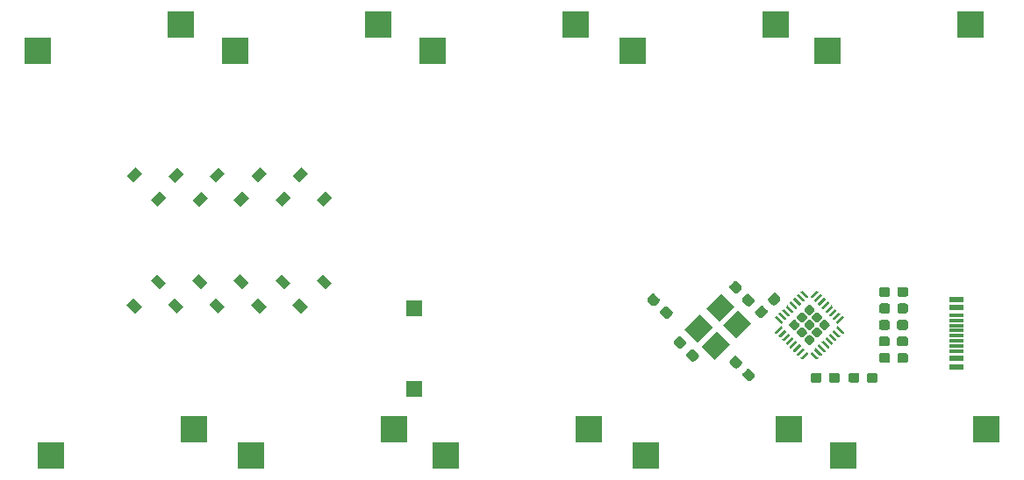
<source format=gbr>
G04 #@! TF.GenerationSoftware,KiCad,Pcbnew,(5.1.5)-3*
G04 #@! TF.CreationDate,2020-05-02T19:50:40+02:00*
G04 #@! TF.ProjectId,kyrremann,6b797272-656d-4616-9e6e-2e6b69636164,rev?*
G04 #@! TF.SameCoordinates,Original*
G04 #@! TF.FileFunction,Paste,Bot*
G04 #@! TF.FilePolarity,Positive*
%FSLAX46Y46*%
G04 Gerber Fmt 4.6, Leading zero omitted, Abs format (unit mm)*
G04 Created by KiCad (PCBNEW (5.1.5)-3) date 2020-05-02 19:50:40*
%MOMM*%
%LPD*%
G04 APERTURE LIST*
%ADD10R,2.550000X2.500000*%
%ADD11R,1.450000X0.600000*%
%ADD12R,1.450000X0.300000*%
%ADD13C,0.100000*%
%ADD14R,1.500000X1.500000*%
G04 APERTURE END LIST*
D10*
X117991013Y-90832554D03*
X131841013Y-88292554D03*
D11*
X147955000Y-82250000D03*
X147955000Y-81450000D03*
X147955000Y-76550000D03*
X147955000Y-75750000D03*
X147955000Y-75750000D03*
X147955000Y-76550000D03*
X147955000Y-81450000D03*
X147955000Y-82250000D03*
D12*
X147955000Y-77250000D03*
X147955000Y-77750000D03*
X147955000Y-78250000D03*
X147955000Y-79250000D03*
X147955000Y-79750000D03*
X147955000Y-80250000D03*
X147955000Y-80750000D03*
X147955000Y-78750000D03*
D13*
G36*
X134071291Y-80789452D02*
G01*
X134077358Y-80790352D01*
X134083308Y-80791842D01*
X134089083Y-80793909D01*
X134094627Y-80796531D01*
X134099888Y-80799684D01*
X134104815Y-80803338D01*
X134109359Y-80807457D01*
X134639689Y-81337787D01*
X134643808Y-81342331D01*
X134647462Y-81347258D01*
X134650615Y-81352519D01*
X134653237Y-81358063D01*
X134655304Y-81363838D01*
X134656794Y-81369788D01*
X134657694Y-81375855D01*
X134657995Y-81381981D01*
X134657694Y-81388107D01*
X134656794Y-81394174D01*
X134655304Y-81400124D01*
X134653237Y-81405899D01*
X134650615Y-81411443D01*
X134647462Y-81416704D01*
X134643808Y-81421631D01*
X134639689Y-81426175D01*
X134551301Y-81514563D01*
X134546757Y-81518682D01*
X134541830Y-81522336D01*
X134536569Y-81525489D01*
X134531025Y-81528111D01*
X134525250Y-81530178D01*
X134519300Y-81531668D01*
X134513233Y-81532568D01*
X134507107Y-81532869D01*
X134500981Y-81532568D01*
X134494914Y-81531668D01*
X134488964Y-81530178D01*
X134483189Y-81528111D01*
X134477645Y-81525489D01*
X134472384Y-81522336D01*
X134467457Y-81518682D01*
X134462913Y-81514563D01*
X133932583Y-80984233D01*
X133928464Y-80979689D01*
X133924810Y-80974762D01*
X133921657Y-80969501D01*
X133919035Y-80963957D01*
X133916968Y-80958182D01*
X133915478Y-80952232D01*
X133914578Y-80946165D01*
X133914277Y-80940039D01*
X133914578Y-80933913D01*
X133915478Y-80927846D01*
X133916968Y-80921896D01*
X133919035Y-80916121D01*
X133921657Y-80910577D01*
X133924810Y-80905316D01*
X133928464Y-80900389D01*
X133932583Y-80895845D01*
X134020971Y-80807457D01*
X134025515Y-80803338D01*
X134030442Y-80799684D01*
X134035703Y-80796531D01*
X134041247Y-80793909D01*
X134047022Y-80791842D01*
X134052972Y-80790352D01*
X134059039Y-80789452D01*
X134065165Y-80789151D01*
X134071291Y-80789452D01*
G37*
G36*
X134424844Y-80435898D02*
G01*
X134430911Y-80436798D01*
X134436861Y-80438288D01*
X134442636Y-80440355D01*
X134448180Y-80442977D01*
X134453441Y-80446130D01*
X134458368Y-80449784D01*
X134462912Y-80453903D01*
X134993242Y-80984233D01*
X134997361Y-80988777D01*
X135001015Y-80993704D01*
X135004168Y-80998965D01*
X135006790Y-81004509D01*
X135008857Y-81010284D01*
X135010347Y-81016234D01*
X135011247Y-81022301D01*
X135011548Y-81028427D01*
X135011247Y-81034553D01*
X135010347Y-81040620D01*
X135008857Y-81046570D01*
X135006790Y-81052345D01*
X135004168Y-81057889D01*
X135001015Y-81063150D01*
X134997361Y-81068077D01*
X134993242Y-81072621D01*
X134904854Y-81161009D01*
X134900310Y-81165128D01*
X134895383Y-81168782D01*
X134890122Y-81171935D01*
X134884578Y-81174557D01*
X134878803Y-81176624D01*
X134872853Y-81178114D01*
X134866786Y-81179014D01*
X134860660Y-81179315D01*
X134854534Y-81179014D01*
X134848467Y-81178114D01*
X134842517Y-81176624D01*
X134836742Y-81174557D01*
X134831198Y-81171935D01*
X134825937Y-81168782D01*
X134821010Y-81165128D01*
X134816466Y-81161009D01*
X134286136Y-80630679D01*
X134282017Y-80626135D01*
X134278363Y-80621208D01*
X134275210Y-80615947D01*
X134272588Y-80610403D01*
X134270521Y-80604628D01*
X134269031Y-80598678D01*
X134268131Y-80592611D01*
X134267830Y-80586485D01*
X134268131Y-80580359D01*
X134269031Y-80574292D01*
X134270521Y-80568342D01*
X134272588Y-80562567D01*
X134275210Y-80557023D01*
X134278363Y-80551762D01*
X134282017Y-80546835D01*
X134286136Y-80542291D01*
X134374524Y-80453903D01*
X134379068Y-80449784D01*
X134383995Y-80446130D01*
X134389256Y-80442977D01*
X134394800Y-80440355D01*
X134400575Y-80438288D01*
X134406525Y-80436798D01*
X134412592Y-80435898D01*
X134418718Y-80435597D01*
X134424844Y-80435898D01*
G37*
G36*
X134778398Y-80082345D02*
G01*
X134784465Y-80083245D01*
X134790415Y-80084735D01*
X134796190Y-80086802D01*
X134801734Y-80089424D01*
X134806995Y-80092577D01*
X134811922Y-80096231D01*
X134816466Y-80100350D01*
X135346796Y-80630680D01*
X135350915Y-80635224D01*
X135354569Y-80640151D01*
X135357722Y-80645412D01*
X135360344Y-80650956D01*
X135362411Y-80656731D01*
X135363901Y-80662681D01*
X135364801Y-80668748D01*
X135365102Y-80674874D01*
X135364801Y-80681000D01*
X135363901Y-80687067D01*
X135362411Y-80693017D01*
X135360344Y-80698792D01*
X135357722Y-80704336D01*
X135354569Y-80709597D01*
X135350915Y-80714524D01*
X135346796Y-80719068D01*
X135258408Y-80807456D01*
X135253864Y-80811575D01*
X135248937Y-80815229D01*
X135243676Y-80818382D01*
X135238132Y-80821004D01*
X135232357Y-80823071D01*
X135226407Y-80824561D01*
X135220340Y-80825461D01*
X135214214Y-80825762D01*
X135208088Y-80825461D01*
X135202021Y-80824561D01*
X135196071Y-80823071D01*
X135190296Y-80821004D01*
X135184752Y-80818382D01*
X135179491Y-80815229D01*
X135174564Y-80811575D01*
X135170020Y-80807456D01*
X134639690Y-80277126D01*
X134635571Y-80272582D01*
X134631917Y-80267655D01*
X134628764Y-80262394D01*
X134626142Y-80256850D01*
X134624075Y-80251075D01*
X134622585Y-80245125D01*
X134621685Y-80239058D01*
X134621384Y-80232932D01*
X134621685Y-80226806D01*
X134622585Y-80220739D01*
X134624075Y-80214789D01*
X134626142Y-80209014D01*
X134628764Y-80203470D01*
X134631917Y-80198209D01*
X134635571Y-80193282D01*
X134639690Y-80188738D01*
X134728078Y-80100350D01*
X134732622Y-80096231D01*
X134737549Y-80092577D01*
X134742810Y-80089424D01*
X134748354Y-80086802D01*
X134754129Y-80084735D01*
X134760079Y-80083245D01*
X134766146Y-80082345D01*
X134772272Y-80082044D01*
X134778398Y-80082345D01*
G37*
G36*
X135131951Y-79728791D02*
G01*
X135138018Y-79729691D01*
X135143968Y-79731181D01*
X135149743Y-79733248D01*
X135155287Y-79735870D01*
X135160548Y-79739023D01*
X135165475Y-79742677D01*
X135170019Y-79746796D01*
X135700349Y-80277126D01*
X135704468Y-80281670D01*
X135708122Y-80286597D01*
X135711275Y-80291858D01*
X135713897Y-80297402D01*
X135715964Y-80303177D01*
X135717454Y-80309127D01*
X135718354Y-80315194D01*
X135718655Y-80321320D01*
X135718354Y-80327446D01*
X135717454Y-80333513D01*
X135715964Y-80339463D01*
X135713897Y-80345238D01*
X135711275Y-80350782D01*
X135708122Y-80356043D01*
X135704468Y-80360970D01*
X135700349Y-80365514D01*
X135611961Y-80453902D01*
X135607417Y-80458021D01*
X135602490Y-80461675D01*
X135597229Y-80464828D01*
X135591685Y-80467450D01*
X135585910Y-80469517D01*
X135579960Y-80471007D01*
X135573893Y-80471907D01*
X135567767Y-80472208D01*
X135561641Y-80471907D01*
X135555574Y-80471007D01*
X135549624Y-80469517D01*
X135543849Y-80467450D01*
X135538305Y-80464828D01*
X135533044Y-80461675D01*
X135528117Y-80458021D01*
X135523573Y-80453902D01*
X134993243Y-79923572D01*
X134989124Y-79919028D01*
X134985470Y-79914101D01*
X134982317Y-79908840D01*
X134979695Y-79903296D01*
X134977628Y-79897521D01*
X134976138Y-79891571D01*
X134975238Y-79885504D01*
X134974937Y-79879378D01*
X134975238Y-79873252D01*
X134976138Y-79867185D01*
X134977628Y-79861235D01*
X134979695Y-79855460D01*
X134982317Y-79849916D01*
X134985470Y-79844655D01*
X134989124Y-79839728D01*
X134993243Y-79835184D01*
X135081631Y-79746796D01*
X135086175Y-79742677D01*
X135091102Y-79739023D01*
X135096363Y-79735870D01*
X135101907Y-79733248D01*
X135107682Y-79731181D01*
X135113632Y-79729691D01*
X135119699Y-79728791D01*
X135125825Y-79728490D01*
X135131951Y-79728791D01*
G37*
G36*
X135485504Y-79375238D02*
G01*
X135491571Y-79376138D01*
X135497521Y-79377628D01*
X135503296Y-79379695D01*
X135508840Y-79382317D01*
X135514101Y-79385470D01*
X135519028Y-79389124D01*
X135523572Y-79393243D01*
X136053902Y-79923573D01*
X136058021Y-79928117D01*
X136061675Y-79933044D01*
X136064828Y-79938305D01*
X136067450Y-79943849D01*
X136069517Y-79949624D01*
X136071007Y-79955574D01*
X136071907Y-79961641D01*
X136072208Y-79967767D01*
X136071907Y-79973893D01*
X136071007Y-79979960D01*
X136069517Y-79985910D01*
X136067450Y-79991685D01*
X136064828Y-79997229D01*
X136061675Y-80002490D01*
X136058021Y-80007417D01*
X136053902Y-80011961D01*
X135965514Y-80100349D01*
X135960970Y-80104468D01*
X135956043Y-80108122D01*
X135950782Y-80111275D01*
X135945238Y-80113897D01*
X135939463Y-80115964D01*
X135933513Y-80117454D01*
X135927446Y-80118354D01*
X135921320Y-80118655D01*
X135915194Y-80118354D01*
X135909127Y-80117454D01*
X135903177Y-80115964D01*
X135897402Y-80113897D01*
X135891858Y-80111275D01*
X135886597Y-80108122D01*
X135881670Y-80104468D01*
X135877126Y-80100349D01*
X135346796Y-79570019D01*
X135342677Y-79565475D01*
X135339023Y-79560548D01*
X135335870Y-79555287D01*
X135333248Y-79549743D01*
X135331181Y-79543968D01*
X135329691Y-79538018D01*
X135328791Y-79531951D01*
X135328490Y-79525825D01*
X135328791Y-79519699D01*
X135329691Y-79513632D01*
X135331181Y-79507682D01*
X135333248Y-79501907D01*
X135335870Y-79496363D01*
X135339023Y-79491102D01*
X135342677Y-79486175D01*
X135346796Y-79481631D01*
X135435184Y-79393243D01*
X135439728Y-79389124D01*
X135444655Y-79385470D01*
X135449916Y-79382317D01*
X135455460Y-79379695D01*
X135461235Y-79377628D01*
X135467185Y-79376138D01*
X135473252Y-79375238D01*
X135479378Y-79374937D01*
X135485504Y-79375238D01*
G37*
G36*
X135839058Y-79021685D02*
G01*
X135845125Y-79022585D01*
X135851075Y-79024075D01*
X135856850Y-79026142D01*
X135862394Y-79028764D01*
X135867655Y-79031917D01*
X135872582Y-79035571D01*
X135877126Y-79039690D01*
X136407456Y-79570020D01*
X136411575Y-79574564D01*
X136415229Y-79579491D01*
X136418382Y-79584752D01*
X136421004Y-79590296D01*
X136423071Y-79596071D01*
X136424561Y-79602021D01*
X136425461Y-79608088D01*
X136425762Y-79614214D01*
X136425461Y-79620340D01*
X136424561Y-79626407D01*
X136423071Y-79632357D01*
X136421004Y-79638132D01*
X136418382Y-79643676D01*
X136415229Y-79648937D01*
X136411575Y-79653864D01*
X136407456Y-79658408D01*
X136319068Y-79746796D01*
X136314524Y-79750915D01*
X136309597Y-79754569D01*
X136304336Y-79757722D01*
X136298792Y-79760344D01*
X136293017Y-79762411D01*
X136287067Y-79763901D01*
X136281000Y-79764801D01*
X136274874Y-79765102D01*
X136268748Y-79764801D01*
X136262681Y-79763901D01*
X136256731Y-79762411D01*
X136250956Y-79760344D01*
X136245412Y-79757722D01*
X136240151Y-79754569D01*
X136235224Y-79750915D01*
X136230680Y-79746796D01*
X135700350Y-79216466D01*
X135696231Y-79211922D01*
X135692577Y-79206995D01*
X135689424Y-79201734D01*
X135686802Y-79196190D01*
X135684735Y-79190415D01*
X135683245Y-79184465D01*
X135682345Y-79178398D01*
X135682044Y-79172272D01*
X135682345Y-79166146D01*
X135683245Y-79160079D01*
X135684735Y-79154129D01*
X135686802Y-79148354D01*
X135689424Y-79142810D01*
X135692577Y-79137549D01*
X135696231Y-79132622D01*
X135700350Y-79128078D01*
X135788738Y-79039690D01*
X135793282Y-79035571D01*
X135798209Y-79031917D01*
X135803470Y-79028764D01*
X135809014Y-79026142D01*
X135814789Y-79024075D01*
X135820739Y-79022585D01*
X135826806Y-79021685D01*
X135832932Y-79021384D01*
X135839058Y-79021685D01*
G37*
G36*
X136192611Y-78668131D02*
G01*
X136198678Y-78669031D01*
X136204628Y-78670521D01*
X136210403Y-78672588D01*
X136215947Y-78675210D01*
X136221208Y-78678363D01*
X136226135Y-78682017D01*
X136230679Y-78686136D01*
X136761009Y-79216466D01*
X136765128Y-79221010D01*
X136768782Y-79225937D01*
X136771935Y-79231198D01*
X136774557Y-79236742D01*
X136776624Y-79242517D01*
X136778114Y-79248467D01*
X136779014Y-79254534D01*
X136779315Y-79260660D01*
X136779014Y-79266786D01*
X136778114Y-79272853D01*
X136776624Y-79278803D01*
X136774557Y-79284578D01*
X136771935Y-79290122D01*
X136768782Y-79295383D01*
X136765128Y-79300310D01*
X136761009Y-79304854D01*
X136672621Y-79393242D01*
X136668077Y-79397361D01*
X136663150Y-79401015D01*
X136657889Y-79404168D01*
X136652345Y-79406790D01*
X136646570Y-79408857D01*
X136640620Y-79410347D01*
X136634553Y-79411247D01*
X136628427Y-79411548D01*
X136622301Y-79411247D01*
X136616234Y-79410347D01*
X136610284Y-79408857D01*
X136604509Y-79406790D01*
X136598965Y-79404168D01*
X136593704Y-79401015D01*
X136588777Y-79397361D01*
X136584233Y-79393242D01*
X136053903Y-78862912D01*
X136049784Y-78858368D01*
X136046130Y-78853441D01*
X136042977Y-78848180D01*
X136040355Y-78842636D01*
X136038288Y-78836861D01*
X136036798Y-78830911D01*
X136035898Y-78824844D01*
X136035597Y-78818718D01*
X136035898Y-78812592D01*
X136036798Y-78806525D01*
X136038288Y-78800575D01*
X136040355Y-78794800D01*
X136042977Y-78789256D01*
X136046130Y-78783995D01*
X136049784Y-78779068D01*
X136053903Y-78774524D01*
X136142291Y-78686136D01*
X136146835Y-78682017D01*
X136151762Y-78678363D01*
X136157023Y-78675210D01*
X136162567Y-78672588D01*
X136168342Y-78670521D01*
X136174292Y-78669031D01*
X136180359Y-78668131D01*
X136186485Y-78667830D01*
X136192611Y-78668131D01*
G37*
G36*
X136546165Y-78314578D02*
G01*
X136552232Y-78315478D01*
X136558182Y-78316968D01*
X136563957Y-78319035D01*
X136569501Y-78321657D01*
X136574762Y-78324810D01*
X136579689Y-78328464D01*
X136584233Y-78332583D01*
X137114563Y-78862913D01*
X137118682Y-78867457D01*
X137122336Y-78872384D01*
X137125489Y-78877645D01*
X137128111Y-78883189D01*
X137130178Y-78888964D01*
X137131668Y-78894914D01*
X137132568Y-78900981D01*
X137132869Y-78907107D01*
X137132568Y-78913233D01*
X137131668Y-78919300D01*
X137130178Y-78925250D01*
X137128111Y-78931025D01*
X137125489Y-78936569D01*
X137122336Y-78941830D01*
X137118682Y-78946757D01*
X137114563Y-78951301D01*
X137026175Y-79039689D01*
X137021631Y-79043808D01*
X137016704Y-79047462D01*
X137011443Y-79050615D01*
X137005899Y-79053237D01*
X137000124Y-79055304D01*
X136994174Y-79056794D01*
X136988107Y-79057694D01*
X136981981Y-79057995D01*
X136975855Y-79057694D01*
X136969788Y-79056794D01*
X136963838Y-79055304D01*
X136958063Y-79053237D01*
X136952519Y-79050615D01*
X136947258Y-79047462D01*
X136942331Y-79043808D01*
X136937787Y-79039689D01*
X136407457Y-78509359D01*
X136403338Y-78504815D01*
X136399684Y-78499888D01*
X136396531Y-78494627D01*
X136393909Y-78489083D01*
X136391842Y-78483308D01*
X136390352Y-78477358D01*
X136389452Y-78471291D01*
X136389151Y-78465165D01*
X136389452Y-78459039D01*
X136390352Y-78452972D01*
X136391842Y-78447022D01*
X136393909Y-78441247D01*
X136396531Y-78435703D01*
X136399684Y-78430442D01*
X136403338Y-78425515D01*
X136407457Y-78420971D01*
X136495845Y-78332583D01*
X136500389Y-78328464D01*
X136505316Y-78324810D01*
X136510577Y-78321657D01*
X136516121Y-78319035D01*
X136521896Y-78316968D01*
X136527846Y-78315478D01*
X136533913Y-78314578D01*
X136540039Y-78314277D01*
X136546165Y-78314578D01*
G37*
G36*
X136988107Y-77342306D02*
G01*
X136994174Y-77343206D01*
X137000124Y-77344696D01*
X137005899Y-77346763D01*
X137011443Y-77349385D01*
X137016704Y-77352538D01*
X137021631Y-77356192D01*
X137026175Y-77360311D01*
X137114563Y-77448699D01*
X137118682Y-77453243D01*
X137122336Y-77458170D01*
X137125489Y-77463431D01*
X137128111Y-77468975D01*
X137130178Y-77474750D01*
X137131668Y-77480700D01*
X137132568Y-77486767D01*
X137132869Y-77492893D01*
X137132568Y-77499019D01*
X137131668Y-77505086D01*
X137130178Y-77511036D01*
X137128111Y-77516811D01*
X137125489Y-77522355D01*
X137122336Y-77527616D01*
X137118682Y-77532543D01*
X137114563Y-77537087D01*
X136584233Y-78067417D01*
X136579689Y-78071536D01*
X136574762Y-78075190D01*
X136569501Y-78078343D01*
X136563957Y-78080965D01*
X136558182Y-78083032D01*
X136552232Y-78084522D01*
X136546165Y-78085422D01*
X136540039Y-78085723D01*
X136533913Y-78085422D01*
X136527846Y-78084522D01*
X136521896Y-78083032D01*
X136516121Y-78080965D01*
X136510577Y-78078343D01*
X136505316Y-78075190D01*
X136500389Y-78071536D01*
X136495845Y-78067417D01*
X136407457Y-77979029D01*
X136403338Y-77974485D01*
X136399684Y-77969558D01*
X136396531Y-77964297D01*
X136393909Y-77958753D01*
X136391842Y-77952978D01*
X136390352Y-77947028D01*
X136389452Y-77940961D01*
X136389151Y-77934835D01*
X136389452Y-77928709D01*
X136390352Y-77922642D01*
X136391842Y-77916692D01*
X136393909Y-77910917D01*
X136396531Y-77905373D01*
X136399684Y-77900112D01*
X136403338Y-77895185D01*
X136407457Y-77890641D01*
X136937787Y-77360311D01*
X136942331Y-77356192D01*
X136947258Y-77352538D01*
X136952519Y-77349385D01*
X136958063Y-77346763D01*
X136963838Y-77344696D01*
X136969788Y-77343206D01*
X136975855Y-77342306D01*
X136981981Y-77342005D01*
X136988107Y-77342306D01*
G37*
G36*
X136634553Y-76988753D02*
G01*
X136640620Y-76989653D01*
X136646570Y-76991143D01*
X136652345Y-76993210D01*
X136657889Y-76995832D01*
X136663150Y-76998985D01*
X136668077Y-77002639D01*
X136672621Y-77006758D01*
X136761009Y-77095146D01*
X136765128Y-77099690D01*
X136768782Y-77104617D01*
X136771935Y-77109878D01*
X136774557Y-77115422D01*
X136776624Y-77121197D01*
X136778114Y-77127147D01*
X136779014Y-77133214D01*
X136779315Y-77139340D01*
X136779014Y-77145466D01*
X136778114Y-77151533D01*
X136776624Y-77157483D01*
X136774557Y-77163258D01*
X136771935Y-77168802D01*
X136768782Y-77174063D01*
X136765128Y-77178990D01*
X136761009Y-77183534D01*
X136230679Y-77713864D01*
X136226135Y-77717983D01*
X136221208Y-77721637D01*
X136215947Y-77724790D01*
X136210403Y-77727412D01*
X136204628Y-77729479D01*
X136198678Y-77730969D01*
X136192611Y-77731869D01*
X136186485Y-77732170D01*
X136180359Y-77731869D01*
X136174292Y-77730969D01*
X136168342Y-77729479D01*
X136162567Y-77727412D01*
X136157023Y-77724790D01*
X136151762Y-77721637D01*
X136146835Y-77717983D01*
X136142291Y-77713864D01*
X136053903Y-77625476D01*
X136049784Y-77620932D01*
X136046130Y-77616005D01*
X136042977Y-77610744D01*
X136040355Y-77605200D01*
X136038288Y-77599425D01*
X136036798Y-77593475D01*
X136035898Y-77587408D01*
X136035597Y-77581282D01*
X136035898Y-77575156D01*
X136036798Y-77569089D01*
X136038288Y-77563139D01*
X136040355Y-77557364D01*
X136042977Y-77551820D01*
X136046130Y-77546559D01*
X136049784Y-77541632D01*
X136053903Y-77537088D01*
X136584233Y-77006758D01*
X136588777Y-77002639D01*
X136593704Y-76998985D01*
X136598965Y-76995832D01*
X136604509Y-76993210D01*
X136610284Y-76991143D01*
X136616234Y-76989653D01*
X136622301Y-76988753D01*
X136628427Y-76988452D01*
X136634553Y-76988753D01*
G37*
G36*
X136281000Y-76635199D02*
G01*
X136287067Y-76636099D01*
X136293017Y-76637589D01*
X136298792Y-76639656D01*
X136304336Y-76642278D01*
X136309597Y-76645431D01*
X136314524Y-76649085D01*
X136319068Y-76653204D01*
X136407456Y-76741592D01*
X136411575Y-76746136D01*
X136415229Y-76751063D01*
X136418382Y-76756324D01*
X136421004Y-76761868D01*
X136423071Y-76767643D01*
X136424561Y-76773593D01*
X136425461Y-76779660D01*
X136425762Y-76785786D01*
X136425461Y-76791912D01*
X136424561Y-76797979D01*
X136423071Y-76803929D01*
X136421004Y-76809704D01*
X136418382Y-76815248D01*
X136415229Y-76820509D01*
X136411575Y-76825436D01*
X136407456Y-76829980D01*
X135877126Y-77360310D01*
X135872582Y-77364429D01*
X135867655Y-77368083D01*
X135862394Y-77371236D01*
X135856850Y-77373858D01*
X135851075Y-77375925D01*
X135845125Y-77377415D01*
X135839058Y-77378315D01*
X135832932Y-77378616D01*
X135826806Y-77378315D01*
X135820739Y-77377415D01*
X135814789Y-77375925D01*
X135809014Y-77373858D01*
X135803470Y-77371236D01*
X135798209Y-77368083D01*
X135793282Y-77364429D01*
X135788738Y-77360310D01*
X135700350Y-77271922D01*
X135696231Y-77267378D01*
X135692577Y-77262451D01*
X135689424Y-77257190D01*
X135686802Y-77251646D01*
X135684735Y-77245871D01*
X135683245Y-77239921D01*
X135682345Y-77233854D01*
X135682044Y-77227728D01*
X135682345Y-77221602D01*
X135683245Y-77215535D01*
X135684735Y-77209585D01*
X135686802Y-77203810D01*
X135689424Y-77198266D01*
X135692577Y-77193005D01*
X135696231Y-77188078D01*
X135700350Y-77183534D01*
X136230680Y-76653204D01*
X136235224Y-76649085D01*
X136240151Y-76645431D01*
X136245412Y-76642278D01*
X136250956Y-76639656D01*
X136256731Y-76637589D01*
X136262681Y-76636099D01*
X136268748Y-76635199D01*
X136274874Y-76634898D01*
X136281000Y-76635199D01*
G37*
G36*
X135927446Y-76281646D02*
G01*
X135933513Y-76282546D01*
X135939463Y-76284036D01*
X135945238Y-76286103D01*
X135950782Y-76288725D01*
X135956043Y-76291878D01*
X135960970Y-76295532D01*
X135965514Y-76299651D01*
X136053902Y-76388039D01*
X136058021Y-76392583D01*
X136061675Y-76397510D01*
X136064828Y-76402771D01*
X136067450Y-76408315D01*
X136069517Y-76414090D01*
X136071007Y-76420040D01*
X136071907Y-76426107D01*
X136072208Y-76432233D01*
X136071907Y-76438359D01*
X136071007Y-76444426D01*
X136069517Y-76450376D01*
X136067450Y-76456151D01*
X136064828Y-76461695D01*
X136061675Y-76466956D01*
X136058021Y-76471883D01*
X136053902Y-76476427D01*
X135523572Y-77006757D01*
X135519028Y-77010876D01*
X135514101Y-77014530D01*
X135508840Y-77017683D01*
X135503296Y-77020305D01*
X135497521Y-77022372D01*
X135491571Y-77023862D01*
X135485504Y-77024762D01*
X135479378Y-77025063D01*
X135473252Y-77024762D01*
X135467185Y-77023862D01*
X135461235Y-77022372D01*
X135455460Y-77020305D01*
X135449916Y-77017683D01*
X135444655Y-77014530D01*
X135439728Y-77010876D01*
X135435184Y-77006757D01*
X135346796Y-76918369D01*
X135342677Y-76913825D01*
X135339023Y-76908898D01*
X135335870Y-76903637D01*
X135333248Y-76898093D01*
X135331181Y-76892318D01*
X135329691Y-76886368D01*
X135328791Y-76880301D01*
X135328490Y-76874175D01*
X135328791Y-76868049D01*
X135329691Y-76861982D01*
X135331181Y-76856032D01*
X135333248Y-76850257D01*
X135335870Y-76844713D01*
X135339023Y-76839452D01*
X135342677Y-76834525D01*
X135346796Y-76829981D01*
X135877126Y-76299651D01*
X135881670Y-76295532D01*
X135886597Y-76291878D01*
X135891858Y-76288725D01*
X135897402Y-76286103D01*
X135903177Y-76284036D01*
X135909127Y-76282546D01*
X135915194Y-76281646D01*
X135921320Y-76281345D01*
X135927446Y-76281646D01*
G37*
G36*
X135573893Y-75928093D02*
G01*
X135579960Y-75928993D01*
X135585910Y-75930483D01*
X135591685Y-75932550D01*
X135597229Y-75935172D01*
X135602490Y-75938325D01*
X135607417Y-75941979D01*
X135611961Y-75946098D01*
X135700349Y-76034486D01*
X135704468Y-76039030D01*
X135708122Y-76043957D01*
X135711275Y-76049218D01*
X135713897Y-76054762D01*
X135715964Y-76060537D01*
X135717454Y-76066487D01*
X135718354Y-76072554D01*
X135718655Y-76078680D01*
X135718354Y-76084806D01*
X135717454Y-76090873D01*
X135715964Y-76096823D01*
X135713897Y-76102598D01*
X135711275Y-76108142D01*
X135708122Y-76113403D01*
X135704468Y-76118330D01*
X135700349Y-76122874D01*
X135170019Y-76653204D01*
X135165475Y-76657323D01*
X135160548Y-76660977D01*
X135155287Y-76664130D01*
X135149743Y-76666752D01*
X135143968Y-76668819D01*
X135138018Y-76670309D01*
X135131951Y-76671209D01*
X135125825Y-76671510D01*
X135119699Y-76671209D01*
X135113632Y-76670309D01*
X135107682Y-76668819D01*
X135101907Y-76666752D01*
X135096363Y-76664130D01*
X135091102Y-76660977D01*
X135086175Y-76657323D01*
X135081631Y-76653204D01*
X134993243Y-76564816D01*
X134989124Y-76560272D01*
X134985470Y-76555345D01*
X134982317Y-76550084D01*
X134979695Y-76544540D01*
X134977628Y-76538765D01*
X134976138Y-76532815D01*
X134975238Y-76526748D01*
X134974937Y-76520622D01*
X134975238Y-76514496D01*
X134976138Y-76508429D01*
X134977628Y-76502479D01*
X134979695Y-76496704D01*
X134982317Y-76491160D01*
X134985470Y-76485899D01*
X134989124Y-76480972D01*
X134993243Y-76476428D01*
X135523573Y-75946098D01*
X135528117Y-75941979D01*
X135533044Y-75938325D01*
X135538305Y-75935172D01*
X135543849Y-75932550D01*
X135549624Y-75930483D01*
X135555574Y-75928993D01*
X135561641Y-75928093D01*
X135567767Y-75927792D01*
X135573893Y-75928093D01*
G37*
G36*
X135220340Y-75574539D02*
G01*
X135226407Y-75575439D01*
X135232357Y-75576929D01*
X135238132Y-75578996D01*
X135243676Y-75581618D01*
X135248937Y-75584771D01*
X135253864Y-75588425D01*
X135258408Y-75592544D01*
X135346796Y-75680932D01*
X135350915Y-75685476D01*
X135354569Y-75690403D01*
X135357722Y-75695664D01*
X135360344Y-75701208D01*
X135362411Y-75706983D01*
X135363901Y-75712933D01*
X135364801Y-75719000D01*
X135365102Y-75725126D01*
X135364801Y-75731252D01*
X135363901Y-75737319D01*
X135362411Y-75743269D01*
X135360344Y-75749044D01*
X135357722Y-75754588D01*
X135354569Y-75759849D01*
X135350915Y-75764776D01*
X135346796Y-75769320D01*
X134816466Y-76299650D01*
X134811922Y-76303769D01*
X134806995Y-76307423D01*
X134801734Y-76310576D01*
X134796190Y-76313198D01*
X134790415Y-76315265D01*
X134784465Y-76316755D01*
X134778398Y-76317655D01*
X134772272Y-76317956D01*
X134766146Y-76317655D01*
X134760079Y-76316755D01*
X134754129Y-76315265D01*
X134748354Y-76313198D01*
X134742810Y-76310576D01*
X134737549Y-76307423D01*
X134732622Y-76303769D01*
X134728078Y-76299650D01*
X134639690Y-76211262D01*
X134635571Y-76206718D01*
X134631917Y-76201791D01*
X134628764Y-76196530D01*
X134626142Y-76190986D01*
X134624075Y-76185211D01*
X134622585Y-76179261D01*
X134621685Y-76173194D01*
X134621384Y-76167068D01*
X134621685Y-76160942D01*
X134622585Y-76154875D01*
X134624075Y-76148925D01*
X134626142Y-76143150D01*
X134628764Y-76137606D01*
X134631917Y-76132345D01*
X134635571Y-76127418D01*
X134639690Y-76122874D01*
X135170020Y-75592544D01*
X135174564Y-75588425D01*
X135179491Y-75584771D01*
X135184752Y-75581618D01*
X135190296Y-75578996D01*
X135196071Y-75576929D01*
X135202021Y-75575439D01*
X135208088Y-75574539D01*
X135214214Y-75574238D01*
X135220340Y-75574539D01*
G37*
G36*
X134866786Y-75220986D02*
G01*
X134872853Y-75221886D01*
X134878803Y-75223376D01*
X134884578Y-75225443D01*
X134890122Y-75228065D01*
X134895383Y-75231218D01*
X134900310Y-75234872D01*
X134904854Y-75238991D01*
X134993242Y-75327379D01*
X134997361Y-75331923D01*
X135001015Y-75336850D01*
X135004168Y-75342111D01*
X135006790Y-75347655D01*
X135008857Y-75353430D01*
X135010347Y-75359380D01*
X135011247Y-75365447D01*
X135011548Y-75371573D01*
X135011247Y-75377699D01*
X135010347Y-75383766D01*
X135008857Y-75389716D01*
X135006790Y-75395491D01*
X135004168Y-75401035D01*
X135001015Y-75406296D01*
X134997361Y-75411223D01*
X134993242Y-75415767D01*
X134462912Y-75946097D01*
X134458368Y-75950216D01*
X134453441Y-75953870D01*
X134448180Y-75957023D01*
X134442636Y-75959645D01*
X134436861Y-75961712D01*
X134430911Y-75963202D01*
X134424844Y-75964102D01*
X134418718Y-75964403D01*
X134412592Y-75964102D01*
X134406525Y-75963202D01*
X134400575Y-75961712D01*
X134394800Y-75959645D01*
X134389256Y-75957023D01*
X134383995Y-75953870D01*
X134379068Y-75950216D01*
X134374524Y-75946097D01*
X134286136Y-75857709D01*
X134282017Y-75853165D01*
X134278363Y-75848238D01*
X134275210Y-75842977D01*
X134272588Y-75837433D01*
X134270521Y-75831658D01*
X134269031Y-75825708D01*
X134268131Y-75819641D01*
X134267830Y-75813515D01*
X134268131Y-75807389D01*
X134269031Y-75801322D01*
X134270521Y-75795372D01*
X134272588Y-75789597D01*
X134275210Y-75784053D01*
X134278363Y-75778792D01*
X134282017Y-75773865D01*
X134286136Y-75769321D01*
X134816466Y-75238991D01*
X134821010Y-75234872D01*
X134825937Y-75231218D01*
X134831198Y-75228065D01*
X134836742Y-75225443D01*
X134842517Y-75223376D01*
X134848467Y-75221886D01*
X134854534Y-75220986D01*
X134860660Y-75220685D01*
X134866786Y-75220986D01*
G37*
G36*
X134513233Y-74867432D02*
G01*
X134519300Y-74868332D01*
X134525250Y-74869822D01*
X134531025Y-74871889D01*
X134536569Y-74874511D01*
X134541830Y-74877664D01*
X134546757Y-74881318D01*
X134551301Y-74885437D01*
X134639689Y-74973825D01*
X134643808Y-74978369D01*
X134647462Y-74983296D01*
X134650615Y-74988557D01*
X134653237Y-74994101D01*
X134655304Y-74999876D01*
X134656794Y-75005826D01*
X134657694Y-75011893D01*
X134657995Y-75018019D01*
X134657694Y-75024145D01*
X134656794Y-75030212D01*
X134655304Y-75036162D01*
X134653237Y-75041937D01*
X134650615Y-75047481D01*
X134647462Y-75052742D01*
X134643808Y-75057669D01*
X134639689Y-75062213D01*
X134109359Y-75592543D01*
X134104815Y-75596662D01*
X134099888Y-75600316D01*
X134094627Y-75603469D01*
X134089083Y-75606091D01*
X134083308Y-75608158D01*
X134077358Y-75609648D01*
X134071291Y-75610548D01*
X134065165Y-75610849D01*
X134059039Y-75610548D01*
X134052972Y-75609648D01*
X134047022Y-75608158D01*
X134041247Y-75606091D01*
X134035703Y-75603469D01*
X134030442Y-75600316D01*
X134025515Y-75596662D01*
X134020971Y-75592543D01*
X133932583Y-75504155D01*
X133928464Y-75499611D01*
X133924810Y-75494684D01*
X133921657Y-75489423D01*
X133919035Y-75483879D01*
X133916968Y-75478104D01*
X133915478Y-75472154D01*
X133914578Y-75466087D01*
X133914277Y-75459961D01*
X133914578Y-75453835D01*
X133915478Y-75447768D01*
X133916968Y-75441818D01*
X133919035Y-75436043D01*
X133921657Y-75430499D01*
X133924810Y-75425238D01*
X133928464Y-75420311D01*
X133932583Y-75415767D01*
X134462913Y-74885437D01*
X134467457Y-74881318D01*
X134472384Y-74877664D01*
X134477645Y-74874511D01*
X134483189Y-74871889D01*
X134488964Y-74869822D01*
X134494914Y-74868332D01*
X134500981Y-74867432D01*
X134507107Y-74867131D01*
X134513233Y-74867432D01*
G37*
G36*
X133099019Y-74867432D02*
G01*
X133105086Y-74868332D01*
X133111036Y-74869822D01*
X133116811Y-74871889D01*
X133122355Y-74874511D01*
X133127616Y-74877664D01*
X133132543Y-74881318D01*
X133137087Y-74885437D01*
X133667417Y-75415767D01*
X133671536Y-75420311D01*
X133675190Y-75425238D01*
X133678343Y-75430499D01*
X133680965Y-75436043D01*
X133683032Y-75441818D01*
X133684522Y-75447768D01*
X133685422Y-75453835D01*
X133685723Y-75459961D01*
X133685422Y-75466087D01*
X133684522Y-75472154D01*
X133683032Y-75478104D01*
X133680965Y-75483879D01*
X133678343Y-75489423D01*
X133675190Y-75494684D01*
X133671536Y-75499611D01*
X133667417Y-75504155D01*
X133579029Y-75592543D01*
X133574485Y-75596662D01*
X133569558Y-75600316D01*
X133564297Y-75603469D01*
X133558753Y-75606091D01*
X133552978Y-75608158D01*
X133547028Y-75609648D01*
X133540961Y-75610548D01*
X133534835Y-75610849D01*
X133528709Y-75610548D01*
X133522642Y-75609648D01*
X133516692Y-75608158D01*
X133510917Y-75606091D01*
X133505373Y-75603469D01*
X133500112Y-75600316D01*
X133495185Y-75596662D01*
X133490641Y-75592543D01*
X132960311Y-75062213D01*
X132956192Y-75057669D01*
X132952538Y-75052742D01*
X132949385Y-75047481D01*
X132946763Y-75041937D01*
X132944696Y-75036162D01*
X132943206Y-75030212D01*
X132942306Y-75024145D01*
X132942005Y-75018019D01*
X132942306Y-75011893D01*
X132943206Y-75005826D01*
X132944696Y-74999876D01*
X132946763Y-74994101D01*
X132949385Y-74988557D01*
X132952538Y-74983296D01*
X132956192Y-74978369D01*
X132960311Y-74973825D01*
X133048699Y-74885437D01*
X133053243Y-74881318D01*
X133058170Y-74877664D01*
X133063431Y-74874511D01*
X133068975Y-74871889D01*
X133074750Y-74869822D01*
X133080700Y-74868332D01*
X133086767Y-74867432D01*
X133092893Y-74867131D01*
X133099019Y-74867432D01*
G37*
G36*
X132745466Y-75220986D02*
G01*
X132751533Y-75221886D01*
X132757483Y-75223376D01*
X132763258Y-75225443D01*
X132768802Y-75228065D01*
X132774063Y-75231218D01*
X132778990Y-75234872D01*
X132783534Y-75238991D01*
X133313864Y-75769321D01*
X133317983Y-75773865D01*
X133321637Y-75778792D01*
X133324790Y-75784053D01*
X133327412Y-75789597D01*
X133329479Y-75795372D01*
X133330969Y-75801322D01*
X133331869Y-75807389D01*
X133332170Y-75813515D01*
X133331869Y-75819641D01*
X133330969Y-75825708D01*
X133329479Y-75831658D01*
X133327412Y-75837433D01*
X133324790Y-75842977D01*
X133321637Y-75848238D01*
X133317983Y-75853165D01*
X133313864Y-75857709D01*
X133225476Y-75946097D01*
X133220932Y-75950216D01*
X133216005Y-75953870D01*
X133210744Y-75957023D01*
X133205200Y-75959645D01*
X133199425Y-75961712D01*
X133193475Y-75963202D01*
X133187408Y-75964102D01*
X133181282Y-75964403D01*
X133175156Y-75964102D01*
X133169089Y-75963202D01*
X133163139Y-75961712D01*
X133157364Y-75959645D01*
X133151820Y-75957023D01*
X133146559Y-75953870D01*
X133141632Y-75950216D01*
X133137088Y-75946097D01*
X132606758Y-75415767D01*
X132602639Y-75411223D01*
X132598985Y-75406296D01*
X132595832Y-75401035D01*
X132593210Y-75395491D01*
X132591143Y-75389716D01*
X132589653Y-75383766D01*
X132588753Y-75377699D01*
X132588452Y-75371573D01*
X132588753Y-75365447D01*
X132589653Y-75359380D01*
X132591143Y-75353430D01*
X132593210Y-75347655D01*
X132595832Y-75342111D01*
X132598985Y-75336850D01*
X132602639Y-75331923D01*
X132606758Y-75327379D01*
X132695146Y-75238991D01*
X132699690Y-75234872D01*
X132704617Y-75231218D01*
X132709878Y-75228065D01*
X132715422Y-75225443D01*
X132721197Y-75223376D01*
X132727147Y-75221886D01*
X132733214Y-75220986D01*
X132739340Y-75220685D01*
X132745466Y-75220986D01*
G37*
G36*
X132391912Y-75574539D02*
G01*
X132397979Y-75575439D01*
X132403929Y-75576929D01*
X132409704Y-75578996D01*
X132415248Y-75581618D01*
X132420509Y-75584771D01*
X132425436Y-75588425D01*
X132429980Y-75592544D01*
X132960310Y-76122874D01*
X132964429Y-76127418D01*
X132968083Y-76132345D01*
X132971236Y-76137606D01*
X132973858Y-76143150D01*
X132975925Y-76148925D01*
X132977415Y-76154875D01*
X132978315Y-76160942D01*
X132978616Y-76167068D01*
X132978315Y-76173194D01*
X132977415Y-76179261D01*
X132975925Y-76185211D01*
X132973858Y-76190986D01*
X132971236Y-76196530D01*
X132968083Y-76201791D01*
X132964429Y-76206718D01*
X132960310Y-76211262D01*
X132871922Y-76299650D01*
X132867378Y-76303769D01*
X132862451Y-76307423D01*
X132857190Y-76310576D01*
X132851646Y-76313198D01*
X132845871Y-76315265D01*
X132839921Y-76316755D01*
X132833854Y-76317655D01*
X132827728Y-76317956D01*
X132821602Y-76317655D01*
X132815535Y-76316755D01*
X132809585Y-76315265D01*
X132803810Y-76313198D01*
X132798266Y-76310576D01*
X132793005Y-76307423D01*
X132788078Y-76303769D01*
X132783534Y-76299650D01*
X132253204Y-75769320D01*
X132249085Y-75764776D01*
X132245431Y-75759849D01*
X132242278Y-75754588D01*
X132239656Y-75749044D01*
X132237589Y-75743269D01*
X132236099Y-75737319D01*
X132235199Y-75731252D01*
X132234898Y-75725126D01*
X132235199Y-75719000D01*
X132236099Y-75712933D01*
X132237589Y-75706983D01*
X132239656Y-75701208D01*
X132242278Y-75695664D01*
X132245431Y-75690403D01*
X132249085Y-75685476D01*
X132253204Y-75680932D01*
X132341592Y-75592544D01*
X132346136Y-75588425D01*
X132351063Y-75584771D01*
X132356324Y-75581618D01*
X132361868Y-75578996D01*
X132367643Y-75576929D01*
X132373593Y-75575439D01*
X132379660Y-75574539D01*
X132385786Y-75574238D01*
X132391912Y-75574539D01*
G37*
G36*
X132038359Y-75928093D02*
G01*
X132044426Y-75928993D01*
X132050376Y-75930483D01*
X132056151Y-75932550D01*
X132061695Y-75935172D01*
X132066956Y-75938325D01*
X132071883Y-75941979D01*
X132076427Y-75946098D01*
X132606757Y-76476428D01*
X132610876Y-76480972D01*
X132614530Y-76485899D01*
X132617683Y-76491160D01*
X132620305Y-76496704D01*
X132622372Y-76502479D01*
X132623862Y-76508429D01*
X132624762Y-76514496D01*
X132625063Y-76520622D01*
X132624762Y-76526748D01*
X132623862Y-76532815D01*
X132622372Y-76538765D01*
X132620305Y-76544540D01*
X132617683Y-76550084D01*
X132614530Y-76555345D01*
X132610876Y-76560272D01*
X132606757Y-76564816D01*
X132518369Y-76653204D01*
X132513825Y-76657323D01*
X132508898Y-76660977D01*
X132503637Y-76664130D01*
X132498093Y-76666752D01*
X132492318Y-76668819D01*
X132486368Y-76670309D01*
X132480301Y-76671209D01*
X132474175Y-76671510D01*
X132468049Y-76671209D01*
X132461982Y-76670309D01*
X132456032Y-76668819D01*
X132450257Y-76666752D01*
X132444713Y-76664130D01*
X132439452Y-76660977D01*
X132434525Y-76657323D01*
X132429981Y-76653204D01*
X131899651Y-76122874D01*
X131895532Y-76118330D01*
X131891878Y-76113403D01*
X131888725Y-76108142D01*
X131886103Y-76102598D01*
X131884036Y-76096823D01*
X131882546Y-76090873D01*
X131881646Y-76084806D01*
X131881345Y-76078680D01*
X131881646Y-76072554D01*
X131882546Y-76066487D01*
X131884036Y-76060537D01*
X131886103Y-76054762D01*
X131888725Y-76049218D01*
X131891878Y-76043957D01*
X131895532Y-76039030D01*
X131899651Y-76034486D01*
X131988039Y-75946098D01*
X131992583Y-75941979D01*
X131997510Y-75938325D01*
X132002771Y-75935172D01*
X132008315Y-75932550D01*
X132014090Y-75930483D01*
X132020040Y-75928993D01*
X132026107Y-75928093D01*
X132032233Y-75927792D01*
X132038359Y-75928093D01*
G37*
G36*
X131684806Y-76281646D02*
G01*
X131690873Y-76282546D01*
X131696823Y-76284036D01*
X131702598Y-76286103D01*
X131708142Y-76288725D01*
X131713403Y-76291878D01*
X131718330Y-76295532D01*
X131722874Y-76299651D01*
X132253204Y-76829981D01*
X132257323Y-76834525D01*
X132260977Y-76839452D01*
X132264130Y-76844713D01*
X132266752Y-76850257D01*
X132268819Y-76856032D01*
X132270309Y-76861982D01*
X132271209Y-76868049D01*
X132271510Y-76874175D01*
X132271209Y-76880301D01*
X132270309Y-76886368D01*
X132268819Y-76892318D01*
X132266752Y-76898093D01*
X132264130Y-76903637D01*
X132260977Y-76908898D01*
X132257323Y-76913825D01*
X132253204Y-76918369D01*
X132164816Y-77006757D01*
X132160272Y-77010876D01*
X132155345Y-77014530D01*
X132150084Y-77017683D01*
X132144540Y-77020305D01*
X132138765Y-77022372D01*
X132132815Y-77023862D01*
X132126748Y-77024762D01*
X132120622Y-77025063D01*
X132114496Y-77024762D01*
X132108429Y-77023862D01*
X132102479Y-77022372D01*
X132096704Y-77020305D01*
X132091160Y-77017683D01*
X132085899Y-77014530D01*
X132080972Y-77010876D01*
X132076428Y-77006757D01*
X131546098Y-76476427D01*
X131541979Y-76471883D01*
X131538325Y-76466956D01*
X131535172Y-76461695D01*
X131532550Y-76456151D01*
X131530483Y-76450376D01*
X131528993Y-76444426D01*
X131528093Y-76438359D01*
X131527792Y-76432233D01*
X131528093Y-76426107D01*
X131528993Y-76420040D01*
X131530483Y-76414090D01*
X131532550Y-76408315D01*
X131535172Y-76402771D01*
X131538325Y-76397510D01*
X131541979Y-76392583D01*
X131546098Y-76388039D01*
X131634486Y-76299651D01*
X131639030Y-76295532D01*
X131643957Y-76291878D01*
X131649218Y-76288725D01*
X131654762Y-76286103D01*
X131660537Y-76284036D01*
X131666487Y-76282546D01*
X131672554Y-76281646D01*
X131678680Y-76281345D01*
X131684806Y-76281646D01*
G37*
G36*
X131331252Y-76635199D02*
G01*
X131337319Y-76636099D01*
X131343269Y-76637589D01*
X131349044Y-76639656D01*
X131354588Y-76642278D01*
X131359849Y-76645431D01*
X131364776Y-76649085D01*
X131369320Y-76653204D01*
X131899650Y-77183534D01*
X131903769Y-77188078D01*
X131907423Y-77193005D01*
X131910576Y-77198266D01*
X131913198Y-77203810D01*
X131915265Y-77209585D01*
X131916755Y-77215535D01*
X131917655Y-77221602D01*
X131917956Y-77227728D01*
X131917655Y-77233854D01*
X131916755Y-77239921D01*
X131915265Y-77245871D01*
X131913198Y-77251646D01*
X131910576Y-77257190D01*
X131907423Y-77262451D01*
X131903769Y-77267378D01*
X131899650Y-77271922D01*
X131811262Y-77360310D01*
X131806718Y-77364429D01*
X131801791Y-77368083D01*
X131796530Y-77371236D01*
X131790986Y-77373858D01*
X131785211Y-77375925D01*
X131779261Y-77377415D01*
X131773194Y-77378315D01*
X131767068Y-77378616D01*
X131760942Y-77378315D01*
X131754875Y-77377415D01*
X131748925Y-77375925D01*
X131743150Y-77373858D01*
X131737606Y-77371236D01*
X131732345Y-77368083D01*
X131727418Y-77364429D01*
X131722874Y-77360310D01*
X131192544Y-76829980D01*
X131188425Y-76825436D01*
X131184771Y-76820509D01*
X131181618Y-76815248D01*
X131178996Y-76809704D01*
X131176929Y-76803929D01*
X131175439Y-76797979D01*
X131174539Y-76791912D01*
X131174238Y-76785786D01*
X131174539Y-76779660D01*
X131175439Y-76773593D01*
X131176929Y-76767643D01*
X131178996Y-76761868D01*
X131181618Y-76756324D01*
X131184771Y-76751063D01*
X131188425Y-76746136D01*
X131192544Y-76741592D01*
X131280932Y-76653204D01*
X131285476Y-76649085D01*
X131290403Y-76645431D01*
X131295664Y-76642278D01*
X131301208Y-76639656D01*
X131306983Y-76637589D01*
X131312933Y-76636099D01*
X131319000Y-76635199D01*
X131325126Y-76634898D01*
X131331252Y-76635199D01*
G37*
G36*
X130977699Y-76988753D02*
G01*
X130983766Y-76989653D01*
X130989716Y-76991143D01*
X130995491Y-76993210D01*
X131001035Y-76995832D01*
X131006296Y-76998985D01*
X131011223Y-77002639D01*
X131015767Y-77006758D01*
X131546097Y-77537088D01*
X131550216Y-77541632D01*
X131553870Y-77546559D01*
X131557023Y-77551820D01*
X131559645Y-77557364D01*
X131561712Y-77563139D01*
X131563202Y-77569089D01*
X131564102Y-77575156D01*
X131564403Y-77581282D01*
X131564102Y-77587408D01*
X131563202Y-77593475D01*
X131561712Y-77599425D01*
X131559645Y-77605200D01*
X131557023Y-77610744D01*
X131553870Y-77616005D01*
X131550216Y-77620932D01*
X131546097Y-77625476D01*
X131457709Y-77713864D01*
X131453165Y-77717983D01*
X131448238Y-77721637D01*
X131442977Y-77724790D01*
X131437433Y-77727412D01*
X131431658Y-77729479D01*
X131425708Y-77730969D01*
X131419641Y-77731869D01*
X131413515Y-77732170D01*
X131407389Y-77731869D01*
X131401322Y-77730969D01*
X131395372Y-77729479D01*
X131389597Y-77727412D01*
X131384053Y-77724790D01*
X131378792Y-77721637D01*
X131373865Y-77717983D01*
X131369321Y-77713864D01*
X130838991Y-77183534D01*
X130834872Y-77178990D01*
X130831218Y-77174063D01*
X130828065Y-77168802D01*
X130825443Y-77163258D01*
X130823376Y-77157483D01*
X130821886Y-77151533D01*
X130820986Y-77145466D01*
X130820685Y-77139340D01*
X130820986Y-77133214D01*
X130821886Y-77127147D01*
X130823376Y-77121197D01*
X130825443Y-77115422D01*
X130828065Y-77109878D01*
X130831218Y-77104617D01*
X130834872Y-77099690D01*
X130838991Y-77095146D01*
X130927379Y-77006758D01*
X130931923Y-77002639D01*
X130936850Y-76998985D01*
X130942111Y-76995832D01*
X130947655Y-76993210D01*
X130953430Y-76991143D01*
X130959380Y-76989653D01*
X130965447Y-76988753D01*
X130971573Y-76988452D01*
X130977699Y-76988753D01*
G37*
G36*
X130624145Y-77342306D02*
G01*
X130630212Y-77343206D01*
X130636162Y-77344696D01*
X130641937Y-77346763D01*
X130647481Y-77349385D01*
X130652742Y-77352538D01*
X130657669Y-77356192D01*
X130662213Y-77360311D01*
X131192543Y-77890641D01*
X131196662Y-77895185D01*
X131200316Y-77900112D01*
X131203469Y-77905373D01*
X131206091Y-77910917D01*
X131208158Y-77916692D01*
X131209648Y-77922642D01*
X131210548Y-77928709D01*
X131210849Y-77934835D01*
X131210548Y-77940961D01*
X131209648Y-77947028D01*
X131208158Y-77952978D01*
X131206091Y-77958753D01*
X131203469Y-77964297D01*
X131200316Y-77969558D01*
X131196662Y-77974485D01*
X131192543Y-77979029D01*
X131104155Y-78067417D01*
X131099611Y-78071536D01*
X131094684Y-78075190D01*
X131089423Y-78078343D01*
X131083879Y-78080965D01*
X131078104Y-78083032D01*
X131072154Y-78084522D01*
X131066087Y-78085422D01*
X131059961Y-78085723D01*
X131053835Y-78085422D01*
X131047768Y-78084522D01*
X131041818Y-78083032D01*
X131036043Y-78080965D01*
X131030499Y-78078343D01*
X131025238Y-78075190D01*
X131020311Y-78071536D01*
X131015767Y-78067417D01*
X130485437Y-77537087D01*
X130481318Y-77532543D01*
X130477664Y-77527616D01*
X130474511Y-77522355D01*
X130471889Y-77516811D01*
X130469822Y-77511036D01*
X130468332Y-77505086D01*
X130467432Y-77499019D01*
X130467131Y-77492893D01*
X130467432Y-77486767D01*
X130468332Y-77480700D01*
X130469822Y-77474750D01*
X130471889Y-77468975D01*
X130474511Y-77463431D01*
X130477664Y-77458170D01*
X130481318Y-77453243D01*
X130485437Y-77448699D01*
X130573825Y-77360311D01*
X130578369Y-77356192D01*
X130583296Y-77352538D01*
X130588557Y-77349385D01*
X130594101Y-77346763D01*
X130599876Y-77344696D01*
X130605826Y-77343206D01*
X130611893Y-77342306D01*
X130618019Y-77342005D01*
X130624145Y-77342306D01*
G37*
G36*
X131066087Y-78314578D02*
G01*
X131072154Y-78315478D01*
X131078104Y-78316968D01*
X131083879Y-78319035D01*
X131089423Y-78321657D01*
X131094684Y-78324810D01*
X131099611Y-78328464D01*
X131104155Y-78332583D01*
X131192543Y-78420971D01*
X131196662Y-78425515D01*
X131200316Y-78430442D01*
X131203469Y-78435703D01*
X131206091Y-78441247D01*
X131208158Y-78447022D01*
X131209648Y-78452972D01*
X131210548Y-78459039D01*
X131210849Y-78465165D01*
X131210548Y-78471291D01*
X131209648Y-78477358D01*
X131208158Y-78483308D01*
X131206091Y-78489083D01*
X131203469Y-78494627D01*
X131200316Y-78499888D01*
X131196662Y-78504815D01*
X131192543Y-78509359D01*
X130662213Y-79039689D01*
X130657669Y-79043808D01*
X130652742Y-79047462D01*
X130647481Y-79050615D01*
X130641937Y-79053237D01*
X130636162Y-79055304D01*
X130630212Y-79056794D01*
X130624145Y-79057694D01*
X130618019Y-79057995D01*
X130611893Y-79057694D01*
X130605826Y-79056794D01*
X130599876Y-79055304D01*
X130594101Y-79053237D01*
X130588557Y-79050615D01*
X130583296Y-79047462D01*
X130578369Y-79043808D01*
X130573825Y-79039689D01*
X130485437Y-78951301D01*
X130481318Y-78946757D01*
X130477664Y-78941830D01*
X130474511Y-78936569D01*
X130471889Y-78931025D01*
X130469822Y-78925250D01*
X130468332Y-78919300D01*
X130467432Y-78913233D01*
X130467131Y-78907107D01*
X130467432Y-78900981D01*
X130468332Y-78894914D01*
X130469822Y-78888964D01*
X130471889Y-78883189D01*
X130474511Y-78877645D01*
X130477664Y-78872384D01*
X130481318Y-78867457D01*
X130485437Y-78862913D01*
X131015767Y-78332583D01*
X131020311Y-78328464D01*
X131025238Y-78324810D01*
X131030499Y-78321657D01*
X131036043Y-78319035D01*
X131041818Y-78316968D01*
X131047768Y-78315478D01*
X131053835Y-78314578D01*
X131059961Y-78314277D01*
X131066087Y-78314578D01*
G37*
G36*
X131419641Y-78668131D02*
G01*
X131425708Y-78669031D01*
X131431658Y-78670521D01*
X131437433Y-78672588D01*
X131442977Y-78675210D01*
X131448238Y-78678363D01*
X131453165Y-78682017D01*
X131457709Y-78686136D01*
X131546097Y-78774524D01*
X131550216Y-78779068D01*
X131553870Y-78783995D01*
X131557023Y-78789256D01*
X131559645Y-78794800D01*
X131561712Y-78800575D01*
X131563202Y-78806525D01*
X131564102Y-78812592D01*
X131564403Y-78818718D01*
X131564102Y-78824844D01*
X131563202Y-78830911D01*
X131561712Y-78836861D01*
X131559645Y-78842636D01*
X131557023Y-78848180D01*
X131553870Y-78853441D01*
X131550216Y-78858368D01*
X131546097Y-78862912D01*
X131015767Y-79393242D01*
X131011223Y-79397361D01*
X131006296Y-79401015D01*
X131001035Y-79404168D01*
X130995491Y-79406790D01*
X130989716Y-79408857D01*
X130983766Y-79410347D01*
X130977699Y-79411247D01*
X130971573Y-79411548D01*
X130965447Y-79411247D01*
X130959380Y-79410347D01*
X130953430Y-79408857D01*
X130947655Y-79406790D01*
X130942111Y-79404168D01*
X130936850Y-79401015D01*
X130931923Y-79397361D01*
X130927379Y-79393242D01*
X130838991Y-79304854D01*
X130834872Y-79300310D01*
X130831218Y-79295383D01*
X130828065Y-79290122D01*
X130825443Y-79284578D01*
X130823376Y-79278803D01*
X130821886Y-79272853D01*
X130820986Y-79266786D01*
X130820685Y-79260660D01*
X130820986Y-79254534D01*
X130821886Y-79248467D01*
X130823376Y-79242517D01*
X130825443Y-79236742D01*
X130828065Y-79231198D01*
X130831218Y-79225937D01*
X130834872Y-79221010D01*
X130838991Y-79216466D01*
X131369321Y-78686136D01*
X131373865Y-78682017D01*
X131378792Y-78678363D01*
X131384053Y-78675210D01*
X131389597Y-78672588D01*
X131395372Y-78670521D01*
X131401322Y-78669031D01*
X131407389Y-78668131D01*
X131413515Y-78667830D01*
X131419641Y-78668131D01*
G37*
G36*
X131773194Y-79021685D02*
G01*
X131779261Y-79022585D01*
X131785211Y-79024075D01*
X131790986Y-79026142D01*
X131796530Y-79028764D01*
X131801791Y-79031917D01*
X131806718Y-79035571D01*
X131811262Y-79039690D01*
X131899650Y-79128078D01*
X131903769Y-79132622D01*
X131907423Y-79137549D01*
X131910576Y-79142810D01*
X131913198Y-79148354D01*
X131915265Y-79154129D01*
X131916755Y-79160079D01*
X131917655Y-79166146D01*
X131917956Y-79172272D01*
X131917655Y-79178398D01*
X131916755Y-79184465D01*
X131915265Y-79190415D01*
X131913198Y-79196190D01*
X131910576Y-79201734D01*
X131907423Y-79206995D01*
X131903769Y-79211922D01*
X131899650Y-79216466D01*
X131369320Y-79746796D01*
X131364776Y-79750915D01*
X131359849Y-79754569D01*
X131354588Y-79757722D01*
X131349044Y-79760344D01*
X131343269Y-79762411D01*
X131337319Y-79763901D01*
X131331252Y-79764801D01*
X131325126Y-79765102D01*
X131319000Y-79764801D01*
X131312933Y-79763901D01*
X131306983Y-79762411D01*
X131301208Y-79760344D01*
X131295664Y-79757722D01*
X131290403Y-79754569D01*
X131285476Y-79750915D01*
X131280932Y-79746796D01*
X131192544Y-79658408D01*
X131188425Y-79653864D01*
X131184771Y-79648937D01*
X131181618Y-79643676D01*
X131178996Y-79638132D01*
X131176929Y-79632357D01*
X131175439Y-79626407D01*
X131174539Y-79620340D01*
X131174238Y-79614214D01*
X131174539Y-79608088D01*
X131175439Y-79602021D01*
X131176929Y-79596071D01*
X131178996Y-79590296D01*
X131181618Y-79584752D01*
X131184771Y-79579491D01*
X131188425Y-79574564D01*
X131192544Y-79570020D01*
X131722874Y-79039690D01*
X131727418Y-79035571D01*
X131732345Y-79031917D01*
X131737606Y-79028764D01*
X131743150Y-79026142D01*
X131748925Y-79024075D01*
X131754875Y-79022585D01*
X131760942Y-79021685D01*
X131767068Y-79021384D01*
X131773194Y-79021685D01*
G37*
G36*
X132126748Y-79375238D02*
G01*
X132132815Y-79376138D01*
X132138765Y-79377628D01*
X132144540Y-79379695D01*
X132150084Y-79382317D01*
X132155345Y-79385470D01*
X132160272Y-79389124D01*
X132164816Y-79393243D01*
X132253204Y-79481631D01*
X132257323Y-79486175D01*
X132260977Y-79491102D01*
X132264130Y-79496363D01*
X132266752Y-79501907D01*
X132268819Y-79507682D01*
X132270309Y-79513632D01*
X132271209Y-79519699D01*
X132271510Y-79525825D01*
X132271209Y-79531951D01*
X132270309Y-79538018D01*
X132268819Y-79543968D01*
X132266752Y-79549743D01*
X132264130Y-79555287D01*
X132260977Y-79560548D01*
X132257323Y-79565475D01*
X132253204Y-79570019D01*
X131722874Y-80100349D01*
X131718330Y-80104468D01*
X131713403Y-80108122D01*
X131708142Y-80111275D01*
X131702598Y-80113897D01*
X131696823Y-80115964D01*
X131690873Y-80117454D01*
X131684806Y-80118354D01*
X131678680Y-80118655D01*
X131672554Y-80118354D01*
X131666487Y-80117454D01*
X131660537Y-80115964D01*
X131654762Y-80113897D01*
X131649218Y-80111275D01*
X131643957Y-80108122D01*
X131639030Y-80104468D01*
X131634486Y-80100349D01*
X131546098Y-80011961D01*
X131541979Y-80007417D01*
X131538325Y-80002490D01*
X131535172Y-79997229D01*
X131532550Y-79991685D01*
X131530483Y-79985910D01*
X131528993Y-79979960D01*
X131528093Y-79973893D01*
X131527792Y-79967767D01*
X131528093Y-79961641D01*
X131528993Y-79955574D01*
X131530483Y-79949624D01*
X131532550Y-79943849D01*
X131535172Y-79938305D01*
X131538325Y-79933044D01*
X131541979Y-79928117D01*
X131546098Y-79923573D01*
X132076428Y-79393243D01*
X132080972Y-79389124D01*
X132085899Y-79385470D01*
X132091160Y-79382317D01*
X132096704Y-79379695D01*
X132102479Y-79377628D01*
X132108429Y-79376138D01*
X132114496Y-79375238D01*
X132120622Y-79374937D01*
X132126748Y-79375238D01*
G37*
G36*
X132480301Y-79728791D02*
G01*
X132486368Y-79729691D01*
X132492318Y-79731181D01*
X132498093Y-79733248D01*
X132503637Y-79735870D01*
X132508898Y-79739023D01*
X132513825Y-79742677D01*
X132518369Y-79746796D01*
X132606757Y-79835184D01*
X132610876Y-79839728D01*
X132614530Y-79844655D01*
X132617683Y-79849916D01*
X132620305Y-79855460D01*
X132622372Y-79861235D01*
X132623862Y-79867185D01*
X132624762Y-79873252D01*
X132625063Y-79879378D01*
X132624762Y-79885504D01*
X132623862Y-79891571D01*
X132622372Y-79897521D01*
X132620305Y-79903296D01*
X132617683Y-79908840D01*
X132614530Y-79914101D01*
X132610876Y-79919028D01*
X132606757Y-79923572D01*
X132076427Y-80453902D01*
X132071883Y-80458021D01*
X132066956Y-80461675D01*
X132061695Y-80464828D01*
X132056151Y-80467450D01*
X132050376Y-80469517D01*
X132044426Y-80471007D01*
X132038359Y-80471907D01*
X132032233Y-80472208D01*
X132026107Y-80471907D01*
X132020040Y-80471007D01*
X132014090Y-80469517D01*
X132008315Y-80467450D01*
X132002771Y-80464828D01*
X131997510Y-80461675D01*
X131992583Y-80458021D01*
X131988039Y-80453902D01*
X131899651Y-80365514D01*
X131895532Y-80360970D01*
X131891878Y-80356043D01*
X131888725Y-80350782D01*
X131886103Y-80345238D01*
X131884036Y-80339463D01*
X131882546Y-80333513D01*
X131881646Y-80327446D01*
X131881345Y-80321320D01*
X131881646Y-80315194D01*
X131882546Y-80309127D01*
X131884036Y-80303177D01*
X131886103Y-80297402D01*
X131888725Y-80291858D01*
X131891878Y-80286597D01*
X131895532Y-80281670D01*
X131899651Y-80277126D01*
X132429981Y-79746796D01*
X132434525Y-79742677D01*
X132439452Y-79739023D01*
X132444713Y-79735870D01*
X132450257Y-79733248D01*
X132456032Y-79731181D01*
X132461982Y-79729691D01*
X132468049Y-79728791D01*
X132474175Y-79728490D01*
X132480301Y-79728791D01*
G37*
G36*
X132833854Y-80082345D02*
G01*
X132839921Y-80083245D01*
X132845871Y-80084735D01*
X132851646Y-80086802D01*
X132857190Y-80089424D01*
X132862451Y-80092577D01*
X132867378Y-80096231D01*
X132871922Y-80100350D01*
X132960310Y-80188738D01*
X132964429Y-80193282D01*
X132968083Y-80198209D01*
X132971236Y-80203470D01*
X132973858Y-80209014D01*
X132975925Y-80214789D01*
X132977415Y-80220739D01*
X132978315Y-80226806D01*
X132978616Y-80232932D01*
X132978315Y-80239058D01*
X132977415Y-80245125D01*
X132975925Y-80251075D01*
X132973858Y-80256850D01*
X132971236Y-80262394D01*
X132968083Y-80267655D01*
X132964429Y-80272582D01*
X132960310Y-80277126D01*
X132429980Y-80807456D01*
X132425436Y-80811575D01*
X132420509Y-80815229D01*
X132415248Y-80818382D01*
X132409704Y-80821004D01*
X132403929Y-80823071D01*
X132397979Y-80824561D01*
X132391912Y-80825461D01*
X132385786Y-80825762D01*
X132379660Y-80825461D01*
X132373593Y-80824561D01*
X132367643Y-80823071D01*
X132361868Y-80821004D01*
X132356324Y-80818382D01*
X132351063Y-80815229D01*
X132346136Y-80811575D01*
X132341592Y-80807456D01*
X132253204Y-80719068D01*
X132249085Y-80714524D01*
X132245431Y-80709597D01*
X132242278Y-80704336D01*
X132239656Y-80698792D01*
X132237589Y-80693017D01*
X132236099Y-80687067D01*
X132235199Y-80681000D01*
X132234898Y-80674874D01*
X132235199Y-80668748D01*
X132236099Y-80662681D01*
X132237589Y-80656731D01*
X132239656Y-80650956D01*
X132242278Y-80645412D01*
X132245431Y-80640151D01*
X132249085Y-80635224D01*
X132253204Y-80630680D01*
X132783534Y-80100350D01*
X132788078Y-80096231D01*
X132793005Y-80092577D01*
X132798266Y-80089424D01*
X132803810Y-80086802D01*
X132809585Y-80084735D01*
X132815535Y-80083245D01*
X132821602Y-80082345D01*
X132827728Y-80082044D01*
X132833854Y-80082345D01*
G37*
G36*
X133187408Y-80435898D02*
G01*
X133193475Y-80436798D01*
X133199425Y-80438288D01*
X133205200Y-80440355D01*
X133210744Y-80442977D01*
X133216005Y-80446130D01*
X133220932Y-80449784D01*
X133225476Y-80453903D01*
X133313864Y-80542291D01*
X133317983Y-80546835D01*
X133321637Y-80551762D01*
X133324790Y-80557023D01*
X133327412Y-80562567D01*
X133329479Y-80568342D01*
X133330969Y-80574292D01*
X133331869Y-80580359D01*
X133332170Y-80586485D01*
X133331869Y-80592611D01*
X133330969Y-80598678D01*
X133329479Y-80604628D01*
X133327412Y-80610403D01*
X133324790Y-80615947D01*
X133321637Y-80621208D01*
X133317983Y-80626135D01*
X133313864Y-80630679D01*
X132783534Y-81161009D01*
X132778990Y-81165128D01*
X132774063Y-81168782D01*
X132768802Y-81171935D01*
X132763258Y-81174557D01*
X132757483Y-81176624D01*
X132751533Y-81178114D01*
X132745466Y-81179014D01*
X132739340Y-81179315D01*
X132733214Y-81179014D01*
X132727147Y-81178114D01*
X132721197Y-81176624D01*
X132715422Y-81174557D01*
X132709878Y-81171935D01*
X132704617Y-81168782D01*
X132699690Y-81165128D01*
X132695146Y-81161009D01*
X132606758Y-81072621D01*
X132602639Y-81068077D01*
X132598985Y-81063150D01*
X132595832Y-81057889D01*
X132593210Y-81052345D01*
X132591143Y-81046570D01*
X132589653Y-81040620D01*
X132588753Y-81034553D01*
X132588452Y-81028427D01*
X132588753Y-81022301D01*
X132589653Y-81016234D01*
X132591143Y-81010284D01*
X132593210Y-81004509D01*
X132595832Y-80998965D01*
X132598985Y-80993704D01*
X132602639Y-80988777D01*
X132606758Y-80984233D01*
X133137088Y-80453903D01*
X133141632Y-80449784D01*
X133146559Y-80446130D01*
X133151820Y-80442977D01*
X133157364Y-80440355D01*
X133163139Y-80438288D01*
X133169089Y-80436798D01*
X133175156Y-80435898D01*
X133181282Y-80435597D01*
X133187408Y-80435898D01*
G37*
G36*
X133540961Y-80789452D02*
G01*
X133547028Y-80790352D01*
X133552978Y-80791842D01*
X133558753Y-80793909D01*
X133564297Y-80796531D01*
X133569558Y-80799684D01*
X133574485Y-80803338D01*
X133579029Y-80807457D01*
X133667417Y-80895845D01*
X133671536Y-80900389D01*
X133675190Y-80905316D01*
X133678343Y-80910577D01*
X133680965Y-80916121D01*
X133683032Y-80921896D01*
X133684522Y-80927846D01*
X133685422Y-80933913D01*
X133685723Y-80940039D01*
X133685422Y-80946165D01*
X133684522Y-80952232D01*
X133683032Y-80958182D01*
X133680965Y-80963957D01*
X133678343Y-80969501D01*
X133675190Y-80974762D01*
X133671536Y-80979689D01*
X133667417Y-80984233D01*
X133137087Y-81514563D01*
X133132543Y-81518682D01*
X133127616Y-81522336D01*
X133122355Y-81525489D01*
X133116811Y-81528111D01*
X133111036Y-81530178D01*
X133105086Y-81531668D01*
X133099019Y-81532568D01*
X133092893Y-81532869D01*
X133086767Y-81532568D01*
X133080700Y-81531668D01*
X133074750Y-81530178D01*
X133068975Y-81528111D01*
X133063431Y-81525489D01*
X133058170Y-81522336D01*
X133053243Y-81518682D01*
X133048699Y-81514563D01*
X132960311Y-81426175D01*
X132956192Y-81421631D01*
X132952538Y-81416704D01*
X132949385Y-81411443D01*
X132946763Y-81405899D01*
X132944696Y-81400124D01*
X132943206Y-81394174D01*
X132942306Y-81388107D01*
X132942005Y-81381981D01*
X132942306Y-81375855D01*
X132943206Y-81369788D01*
X132944696Y-81363838D01*
X132946763Y-81358063D01*
X132949385Y-81352519D01*
X132952538Y-81347258D01*
X132956192Y-81342331D01*
X132960311Y-81337787D01*
X133490641Y-80807457D01*
X133495185Y-80803338D01*
X133500112Y-80799684D01*
X133505373Y-80796531D01*
X133510917Y-80793909D01*
X133516692Y-80791842D01*
X133522642Y-80790352D01*
X133528709Y-80789452D01*
X133534835Y-80789151D01*
X133540961Y-80789452D01*
G37*
G36*
X133820339Y-76243410D02*
G01*
X133840481Y-76246398D01*
X133860234Y-76251346D01*
X133879407Y-76258206D01*
X133897815Y-76266912D01*
X133915281Y-76277381D01*
X133931637Y-76289511D01*
X133946725Y-76303186D01*
X134240174Y-76596635D01*
X134253849Y-76611723D01*
X134265979Y-76628079D01*
X134276448Y-76645545D01*
X134285154Y-76663953D01*
X134292014Y-76683126D01*
X134296962Y-76702879D01*
X134299950Y-76723021D01*
X134300949Y-76743360D01*
X134299950Y-76763699D01*
X134296962Y-76783841D01*
X134292014Y-76803594D01*
X134285154Y-76822767D01*
X134276448Y-76841175D01*
X134265979Y-76858641D01*
X134253849Y-76874997D01*
X134240174Y-76890085D01*
X133946725Y-77183534D01*
X133931637Y-77197209D01*
X133915281Y-77209339D01*
X133897815Y-77219808D01*
X133879407Y-77228514D01*
X133860234Y-77235374D01*
X133840481Y-77240322D01*
X133820339Y-77243310D01*
X133800000Y-77244309D01*
X133779661Y-77243310D01*
X133759519Y-77240322D01*
X133739766Y-77235374D01*
X133720593Y-77228514D01*
X133702185Y-77219808D01*
X133684719Y-77209339D01*
X133668363Y-77197209D01*
X133653275Y-77183534D01*
X133359826Y-76890085D01*
X133346151Y-76874997D01*
X133334021Y-76858641D01*
X133323552Y-76841175D01*
X133314846Y-76822767D01*
X133307986Y-76803594D01*
X133303038Y-76783841D01*
X133300050Y-76763699D01*
X133299051Y-76743360D01*
X133300050Y-76723021D01*
X133303038Y-76702879D01*
X133307986Y-76683126D01*
X133314846Y-76663953D01*
X133323552Y-76645545D01*
X133334021Y-76628079D01*
X133346151Y-76611723D01*
X133359826Y-76596635D01*
X133653275Y-76303186D01*
X133668363Y-76289511D01*
X133684719Y-76277381D01*
X133702185Y-76266912D01*
X133720593Y-76258206D01*
X133739766Y-76251346D01*
X133759519Y-76246398D01*
X133779661Y-76243410D01*
X133800000Y-76242411D01*
X133820339Y-76243410D01*
G37*
G36*
X134548659Y-76971730D02*
G01*
X134568801Y-76974718D01*
X134588554Y-76979666D01*
X134607727Y-76986526D01*
X134626135Y-76995232D01*
X134643601Y-77005701D01*
X134659957Y-77017831D01*
X134675045Y-77031506D01*
X134968494Y-77324955D01*
X134982169Y-77340043D01*
X134994299Y-77356399D01*
X135004768Y-77373865D01*
X135013474Y-77392273D01*
X135020334Y-77411446D01*
X135025282Y-77431199D01*
X135028270Y-77451341D01*
X135029269Y-77471680D01*
X135028270Y-77492019D01*
X135025282Y-77512161D01*
X135020334Y-77531914D01*
X135013474Y-77551087D01*
X135004768Y-77569495D01*
X134994299Y-77586961D01*
X134982169Y-77603317D01*
X134968494Y-77618405D01*
X134675045Y-77911854D01*
X134659957Y-77925529D01*
X134643601Y-77937659D01*
X134626135Y-77948128D01*
X134607727Y-77956834D01*
X134588554Y-77963694D01*
X134568801Y-77968642D01*
X134548659Y-77971630D01*
X134528320Y-77972629D01*
X134507981Y-77971630D01*
X134487839Y-77968642D01*
X134468086Y-77963694D01*
X134448913Y-77956834D01*
X134430505Y-77948128D01*
X134413039Y-77937659D01*
X134396683Y-77925529D01*
X134381595Y-77911854D01*
X134088146Y-77618405D01*
X134074471Y-77603317D01*
X134062341Y-77586961D01*
X134051872Y-77569495D01*
X134043166Y-77551087D01*
X134036306Y-77531914D01*
X134031358Y-77512161D01*
X134028370Y-77492019D01*
X134027371Y-77471680D01*
X134028370Y-77451341D01*
X134031358Y-77431199D01*
X134036306Y-77411446D01*
X134043166Y-77392273D01*
X134051872Y-77373865D01*
X134062341Y-77356399D01*
X134074471Y-77340043D01*
X134088146Y-77324955D01*
X134381595Y-77031506D01*
X134396683Y-77017831D01*
X134413039Y-77005701D01*
X134430505Y-76995232D01*
X134448913Y-76986526D01*
X134468086Y-76979666D01*
X134487839Y-76974718D01*
X134507981Y-76971730D01*
X134528320Y-76970731D01*
X134548659Y-76971730D01*
G37*
G36*
X135276979Y-77700050D02*
G01*
X135297121Y-77703038D01*
X135316874Y-77707986D01*
X135336047Y-77714846D01*
X135354455Y-77723552D01*
X135371921Y-77734021D01*
X135388277Y-77746151D01*
X135403365Y-77759826D01*
X135696814Y-78053275D01*
X135710489Y-78068363D01*
X135722619Y-78084719D01*
X135733088Y-78102185D01*
X135741794Y-78120593D01*
X135748654Y-78139766D01*
X135753602Y-78159519D01*
X135756590Y-78179661D01*
X135757589Y-78200000D01*
X135756590Y-78220339D01*
X135753602Y-78240481D01*
X135748654Y-78260234D01*
X135741794Y-78279407D01*
X135733088Y-78297815D01*
X135722619Y-78315281D01*
X135710489Y-78331637D01*
X135696814Y-78346725D01*
X135403365Y-78640174D01*
X135388277Y-78653849D01*
X135371921Y-78665979D01*
X135354455Y-78676448D01*
X135336047Y-78685154D01*
X135316874Y-78692014D01*
X135297121Y-78696962D01*
X135276979Y-78699950D01*
X135256640Y-78700949D01*
X135236301Y-78699950D01*
X135216159Y-78696962D01*
X135196406Y-78692014D01*
X135177233Y-78685154D01*
X135158825Y-78676448D01*
X135141359Y-78665979D01*
X135125003Y-78653849D01*
X135109915Y-78640174D01*
X134816466Y-78346725D01*
X134802791Y-78331637D01*
X134790661Y-78315281D01*
X134780192Y-78297815D01*
X134771486Y-78279407D01*
X134764626Y-78260234D01*
X134759678Y-78240481D01*
X134756690Y-78220339D01*
X134755691Y-78200000D01*
X134756690Y-78179661D01*
X134759678Y-78159519D01*
X134764626Y-78139766D01*
X134771486Y-78120593D01*
X134780192Y-78102185D01*
X134790661Y-78084719D01*
X134802791Y-78068363D01*
X134816466Y-78053275D01*
X135109915Y-77759826D01*
X135125003Y-77746151D01*
X135141359Y-77734021D01*
X135158825Y-77723552D01*
X135177233Y-77714846D01*
X135196406Y-77707986D01*
X135216159Y-77703038D01*
X135236301Y-77700050D01*
X135256640Y-77699051D01*
X135276979Y-77700050D01*
G37*
G36*
X133092019Y-76971730D02*
G01*
X133112161Y-76974718D01*
X133131914Y-76979666D01*
X133151087Y-76986526D01*
X133169495Y-76995232D01*
X133186961Y-77005701D01*
X133203317Y-77017831D01*
X133218405Y-77031506D01*
X133511854Y-77324955D01*
X133525529Y-77340043D01*
X133537659Y-77356399D01*
X133548128Y-77373865D01*
X133556834Y-77392273D01*
X133563694Y-77411446D01*
X133568642Y-77431199D01*
X133571630Y-77451341D01*
X133572629Y-77471680D01*
X133571630Y-77492019D01*
X133568642Y-77512161D01*
X133563694Y-77531914D01*
X133556834Y-77551087D01*
X133548128Y-77569495D01*
X133537659Y-77586961D01*
X133525529Y-77603317D01*
X133511854Y-77618405D01*
X133218405Y-77911854D01*
X133203317Y-77925529D01*
X133186961Y-77937659D01*
X133169495Y-77948128D01*
X133151087Y-77956834D01*
X133131914Y-77963694D01*
X133112161Y-77968642D01*
X133092019Y-77971630D01*
X133071680Y-77972629D01*
X133051341Y-77971630D01*
X133031199Y-77968642D01*
X133011446Y-77963694D01*
X132992273Y-77956834D01*
X132973865Y-77948128D01*
X132956399Y-77937659D01*
X132940043Y-77925529D01*
X132924955Y-77911854D01*
X132631506Y-77618405D01*
X132617831Y-77603317D01*
X132605701Y-77586961D01*
X132595232Y-77569495D01*
X132586526Y-77551087D01*
X132579666Y-77531914D01*
X132574718Y-77512161D01*
X132571730Y-77492019D01*
X132570731Y-77471680D01*
X132571730Y-77451341D01*
X132574718Y-77431199D01*
X132579666Y-77411446D01*
X132586526Y-77392273D01*
X132595232Y-77373865D01*
X132605701Y-77356399D01*
X132617831Y-77340043D01*
X132631506Y-77324955D01*
X132924955Y-77031506D01*
X132940043Y-77017831D01*
X132956399Y-77005701D01*
X132973865Y-76995232D01*
X132992273Y-76986526D01*
X133011446Y-76979666D01*
X133031199Y-76974718D01*
X133051341Y-76971730D01*
X133071680Y-76970731D01*
X133092019Y-76971730D01*
G37*
G36*
X133820339Y-77700050D02*
G01*
X133840481Y-77703038D01*
X133860234Y-77707986D01*
X133879407Y-77714846D01*
X133897815Y-77723552D01*
X133915281Y-77734021D01*
X133931637Y-77746151D01*
X133946725Y-77759826D01*
X134240174Y-78053275D01*
X134253849Y-78068363D01*
X134265979Y-78084719D01*
X134276448Y-78102185D01*
X134285154Y-78120593D01*
X134292014Y-78139766D01*
X134296962Y-78159519D01*
X134299950Y-78179661D01*
X134300949Y-78200000D01*
X134299950Y-78220339D01*
X134296962Y-78240481D01*
X134292014Y-78260234D01*
X134285154Y-78279407D01*
X134276448Y-78297815D01*
X134265979Y-78315281D01*
X134253849Y-78331637D01*
X134240174Y-78346725D01*
X133946725Y-78640174D01*
X133931637Y-78653849D01*
X133915281Y-78665979D01*
X133897815Y-78676448D01*
X133879407Y-78685154D01*
X133860234Y-78692014D01*
X133840481Y-78696962D01*
X133820339Y-78699950D01*
X133800000Y-78700949D01*
X133779661Y-78699950D01*
X133759519Y-78696962D01*
X133739766Y-78692014D01*
X133720593Y-78685154D01*
X133702185Y-78676448D01*
X133684719Y-78665979D01*
X133668363Y-78653849D01*
X133653275Y-78640174D01*
X133359826Y-78346725D01*
X133346151Y-78331637D01*
X133334021Y-78315281D01*
X133323552Y-78297815D01*
X133314846Y-78279407D01*
X133307986Y-78260234D01*
X133303038Y-78240481D01*
X133300050Y-78220339D01*
X133299051Y-78200000D01*
X133300050Y-78179661D01*
X133303038Y-78159519D01*
X133307986Y-78139766D01*
X133314846Y-78120593D01*
X133323552Y-78102185D01*
X133334021Y-78084719D01*
X133346151Y-78068363D01*
X133359826Y-78053275D01*
X133653275Y-77759826D01*
X133668363Y-77746151D01*
X133684719Y-77734021D01*
X133702185Y-77723552D01*
X133720593Y-77714846D01*
X133739766Y-77707986D01*
X133759519Y-77703038D01*
X133779661Y-77700050D01*
X133800000Y-77699051D01*
X133820339Y-77700050D01*
G37*
G36*
X134548659Y-78428370D02*
G01*
X134568801Y-78431358D01*
X134588554Y-78436306D01*
X134607727Y-78443166D01*
X134626135Y-78451872D01*
X134643601Y-78462341D01*
X134659957Y-78474471D01*
X134675045Y-78488146D01*
X134968494Y-78781595D01*
X134982169Y-78796683D01*
X134994299Y-78813039D01*
X135004768Y-78830505D01*
X135013474Y-78848913D01*
X135020334Y-78868086D01*
X135025282Y-78887839D01*
X135028270Y-78907981D01*
X135029269Y-78928320D01*
X135028270Y-78948659D01*
X135025282Y-78968801D01*
X135020334Y-78988554D01*
X135013474Y-79007727D01*
X135004768Y-79026135D01*
X134994299Y-79043601D01*
X134982169Y-79059957D01*
X134968494Y-79075045D01*
X134675045Y-79368494D01*
X134659957Y-79382169D01*
X134643601Y-79394299D01*
X134626135Y-79404768D01*
X134607727Y-79413474D01*
X134588554Y-79420334D01*
X134568801Y-79425282D01*
X134548659Y-79428270D01*
X134528320Y-79429269D01*
X134507981Y-79428270D01*
X134487839Y-79425282D01*
X134468086Y-79420334D01*
X134448913Y-79413474D01*
X134430505Y-79404768D01*
X134413039Y-79394299D01*
X134396683Y-79382169D01*
X134381595Y-79368494D01*
X134088146Y-79075045D01*
X134074471Y-79059957D01*
X134062341Y-79043601D01*
X134051872Y-79026135D01*
X134043166Y-79007727D01*
X134036306Y-78988554D01*
X134031358Y-78968801D01*
X134028370Y-78948659D01*
X134027371Y-78928320D01*
X134028370Y-78907981D01*
X134031358Y-78887839D01*
X134036306Y-78868086D01*
X134043166Y-78848913D01*
X134051872Y-78830505D01*
X134062341Y-78813039D01*
X134074471Y-78796683D01*
X134088146Y-78781595D01*
X134381595Y-78488146D01*
X134396683Y-78474471D01*
X134413039Y-78462341D01*
X134430505Y-78451872D01*
X134448913Y-78443166D01*
X134468086Y-78436306D01*
X134487839Y-78431358D01*
X134507981Y-78428370D01*
X134528320Y-78427371D01*
X134548659Y-78428370D01*
G37*
G36*
X132363699Y-77700050D02*
G01*
X132383841Y-77703038D01*
X132403594Y-77707986D01*
X132422767Y-77714846D01*
X132441175Y-77723552D01*
X132458641Y-77734021D01*
X132474997Y-77746151D01*
X132490085Y-77759826D01*
X132783534Y-78053275D01*
X132797209Y-78068363D01*
X132809339Y-78084719D01*
X132819808Y-78102185D01*
X132828514Y-78120593D01*
X132835374Y-78139766D01*
X132840322Y-78159519D01*
X132843310Y-78179661D01*
X132844309Y-78200000D01*
X132843310Y-78220339D01*
X132840322Y-78240481D01*
X132835374Y-78260234D01*
X132828514Y-78279407D01*
X132819808Y-78297815D01*
X132809339Y-78315281D01*
X132797209Y-78331637D01*
X132783534Y-78346725D01*
X132490085Y-78640174D01*
X132474997Y-78653849D01*
X132458641Y-78665979D01*
X132441175Y-78676448D01*
X132422767Y-78685154D01*
X132403594Y-78692014D01*
X132383841Y-78696962D01*
X132363699Y-78699950D01*
X132343360Y-78700949D01*
X132323021Y-78699950D01*
X132302879Y-78696962D01*
X132283126Y-78692014D01*
X132263953Y-78685154D01*
X132245545Y-78676448D01*
X132228079Y-78665979D01*
X132211723Y-78653849D01*
X132196635Y-78640174D01*
X131903186Y-78346725D01*
X131889511Y-78331637D01*
X131877381Y-78315281D01*
X131866912Y-78297815D01*
X131858206Y-78279407D01*
X131851346Y-78260234D01*
X131846398Y-78240481D01*
X131843410Y-78220339D01*
X131842411Y-78200000D01*
X131843410Y-78179661D01*
X131846398Y-78159519D01*
X131851346Y-78139766D01*
X131858206Y-78120593D01*
X131866912Y-78102185D01*
X131877381Y-78084719D01*
X131889511Y-78068363D01*
X131903186Y-78053275D01*
X132196635Y-77759826D01*
X132211723Y-77746151D01*
X132228079Y-77734021D01*
X132245545Y-77723552D01*
X132263953Y-77714846D01*
X132283126Y-77707986D01*
X132302879Y-77703038D01*
X132323021Y-77700050D01*
X132343360Y-77699051D01*
X132363699Y-77700050D01*
G37*
G36*
X133092019Y-78428370D02*
G01*
X133112161Y-78431358D01*
X133131914Y-78436306D01*
X133151087Y-78443166D01*
X133169495Y-78451872D01*
X133186961Y-78462341D01*
X133203317Y-78474471D01*
X133218405Y-78488146D01*
X133511854Y-78781595D01*
X133525529Y-78796683D01*
X133537659Y-78813039D01*
X133548128Y-78830505D01*
X133556834Y-78848913D01*
X133563694Y-78868086D01*
X133568642Y-78887839D01*
X133571630Y-78907981D01*
X133572629Y-78928320D01*
X133571630Y-78948659D01*
X133568642Y-78968801D01*
X133563694Y-78988554D01*
X133556834Y-79007727D01*
X133548128Y-79026135D01*
X133537659Y-79043601D01*
X133525529Y-79059957D01*
X133511854Y-79075045D01*
X133218405Y-79368494D01*
X133203317Y-79382169D01*
X133186961Y-79394299D01*
X133169495Y-79404768D01*
X133151087Y-79413474D01*
X133131914Y-79420334D01*
X133112161Y-79425282D01*
X133092019Y-79428270D01*
X133071680Y-79429269D01*
X133051341Y-79428270D01*
X133031199Y-79425282D01*
X133011446Y-79420334D01*
X132992273Y-79413474D01*
X132973865Y-79404768D01*
X132956399Y-79394299D01*
X132940043Y-79382169D01*
X132924955Y-79368494D01*
X132631506Y-79075045D01*
X132617831Y-79059957D01*
X132605701Y-79043601D01*
X132595232Y-79026135D01*
X132586526Y-79007727D01*
X132579666Y-78988554D01*
X132574718Y-78968801D01*
X132571730Y-78948659D01*
X132570731Y-78928320D01*
X132571730Y-78907981D01*
X132574718Y-78887839D01*
X132579666Y-78868086D01*
X132586526Y-78848913D01*
X132595232Y-78830505D01*
X132605701Y-78813039D01*
X132617831Y-78796683D01*
X132631506Y-78781595D01*
X132924955Y-78488146D01*
X132940043Y-78474471D01*
X132956399Y-78462341D01*
X132973865Y-78451872D01*
X132992273Y-78443166D01*
X133011446Y-78436306D01*
X133031199Y-78431358D01*
X133051341Y-78428370D01*
X133071680Y-78427371D01*
X133092019Y-78428370D01*
G37*
G36*
X133820339Y-79156690D02*
G01*
X133840481Y-79159678D01*
X133860234Y-79164626D01*
X133879407Y-79171486D01*
X133897815Y-79180192D01*
X133915281Y-79190661D01*
X133931637Y-79202791D01*
X133946725Y-79216466D01*
X134240174Y-79509915D01*
X134253849Y-79525003D01*
X134265979Y-79541359D01*
X134276448Y-79558825D01*
X134285154Y-79577233D01*
X134292014Y-79596406D01*
X134296962Y-79616159D01*
X134299950Y-79636301D01*
X134300949Y-79656640D01*
X134299950Y-79676979D01*
X134296962Y-79697121D01*
X134292014Y-79716874D01*
X134285154Y-79736047D01*
X134276448Y-79754455D01*
X134265979Y-79771921D01*
X134253849Y-79788277D01*
X134240174Y-79803365D01*
X133946725Y-80096814D01*
X133931637Y-80110489D01*
X133915281Y-80122619D01*
X133897815Y-80133088D01*
X133879407Y-80141794D01*
X133860234Y-80148654D01*
X133840481Y-80153602D01*
X133820339Y-80156590D01*
X133800000Y-80157589D01*
X133779661Y-80156590D01*
X133759519Y-80153602D01*
X133739766Y-80148654D01*
X133720593Y-80141794D01*
X133702185Y-80133088D01*
X133684719Y-80122619D01*
X133668363Y-80110489D01*
X133653275Y-80096814D01*
X133359826Y-79803365D01*
X133346151Y-79788277D01*
X133334021Y-79771921D01*
X133323552Y-79754455D01*
X133314846Y-79736047D01*
X133307986Y-79716874D01*
X133303038Y-79697121D01*
X133300050Y-79676979D01*
X133299051Y-79656640D01*
X133300050Y-79636301D01*
X133303038Y-79616159D01*
X133307986Y-79596406D01*
X133314846Y-79577233D01*
X133323552Y-79558825D01*
X133334021Y-79541359D01*
X133346151Y-79525003D01*
X133359826Y-79509915D01*
X133653275Y-79216466D01*
X133668363Y-79202791D01*
X133684719Y-79190661D01*
X133702185Y-79180192D01*
X133720593Y-79171486D01*
X133739766Y-79164626D01*
X133759519Y-79159678D01*
X133779661Y-79156690D01*
X133800000Y-79155691D01*
X133820339Y-79156690D01*
G37*
G36*
X136510780Y-82826144D02*
G01*
X136533835Y-82829563D01*
X136556444Y-82835227D01*
X136578388Y-82843079D01*
X136599458Y-82853044D01*
X136619449Y-82865026D01*
X136638169Y-82878910D01*
X136655439Y-82894562D01*
X136671091Y-82911832D01*
X136684975Y-82930552D01*
X136696957Y-82950543D01*
X136706922Y-82971613D01*
X136714774Y-82993557D01*
X136720438Y-83016166D01*
X136723857Y-83039221D01*
X136725001Y-83062500D01*
X136725001Y-83537500D01*
X136723857Y-83560779D01*
X136720438Y-83583834D01*
X136714774Y-83606443D01*
X136706922Y-83628387D01*
X136696957Y-83649457D01*
X136684975Y-83669448D01*
X136671091Y-83688168D01*
X136655439Y-83705438D01*
X136638169Y-83721090D01*
X136619449Y-83734974D01*
X136599458Y-83746956D01*
X136578388Y-83756921D01*
X136556444Y-83764773D01*
X136533835Y-83770437D01*
X136510780Y-83773856D01*
X136487501Y-83775000D01*
X135912501Y-83775000D01*
X135889222Y-83773856D01*
X135866167Y-83770437D01*
X135843558Y-83764773D01*
X135821614Y-83756921D01*
X135800544Y-83746956D01*
X135780553Y-83734974D01*
X135761833Y-83721090D01*
X135744563Y-83705438D01*
X135728911Y-83688168D01*
X135715027Y-83669448D01*
X135703045Y-83649457D01*
X135693080Y-83628387D01*
X135685228Y-83606443D01*
X135679564Y-83583834D01*
X135676145Y-83560779D01*
X135675001Y-83537500D01*
X135675001Y-83062500D01*
X135676145Y-83039221D01*
X135679564Y-83016166D01*
X135685228Y-82993557D01*
X135693080Y-82971613D01*
X135703045Y-82950543D01*
X135715027Y-82930552D01*
X135728911Y-82911832D01*
X135744563Y-82894562D01*
X135761833Y-82878910D01*
X135780553Y-82865026D01*
X135800544Y-82853044D01*
X135821614Y-82843079D01*
X135843558Y-82835227D01*
X135866167Y-82829563D01*
X135889222Y-82826144D01*
X135912501Y-82825000D01*
X136487501Y-82825000D01*
X136510780Y-82826144D01*
G37*
G36*
X134760780Y-82826144D02*
G01*
X134783835Y-82829563D01*
X134806444Y-82835227D01*
X134828388Y-82843079D01*
X134849458Y-82853044D01*
X134869449Y-82865026D01*
X134888169Y-82878910D01*
X134905439Y-82894562D01*
X134921091Y-82911832D01*
X134934975Y-82930552D01*
X134946957Y-82950543D01*
X134956922Y-82971613D01*
X134964774Y-82993557D01*
X134970438Y-83016166D01*
X134973857Y-83039221D01*
X134975001Y-83062500D01*
X134975001Y-83537500D01*
X134973857Y-83560779D01*
X134970438Y-83583834D01*
X134964774Y-83606443D01*
X134956922Y-83628387D01*
X134946957Y-83649457D01*
X134934975Y-83669448D01*
X134921091Y-83688168D01*
X134905439Y-83705438D01*
X134888169Y-83721090D01*
X134869449Y-83734974D01*
X134849458Y-83746956D01*
X134828388Y-83756921D01*
X134806444Y-83764773D01*
X134783835Y-83770437D01*
X134760780Y-83773856D01*
X134737501Y-83775000D01*
X134162501Y-83775000D01*
X134139222Y-83773856D01*
X134116167Y-83770437D01*
X134093558Y-83764773D01*
X134071614Y-83756921D01*
X134050544Y-83746956D01*
X134030553Y-83734974D01*
X134011833Y-83721090D01*
X133994563Y-83705438D01*
X133978911Y-83688168D01*
X133965027Y-83669448D01*
X133953045Y-83649457D01*
X133943080Y-83628387D01*
X133935228Y-83606443D01*
X133929564Y-83583834D01*
X133926145Y-83560779D01*
X133925001Y-83537500D01*
X133925001Y-83062500D01*
X133926145Y-83039221D01*
X133929564Y-83016166D01*
X133935228Y-82993557D01*
X133943080Y-82971613D01*
X133953045Y-82950543D01*
X133965027Y-82930552D01*
X133978911Y-82911832D01*
X133994563Y-82894562D01*
X134011833Y-82878910D01*
X134030553Y-82865026D01*
X134050544Y-82853044D01*
X134071614Y-82843079D01*
X134093558Y-82835227D01*
X134116167Y-82829563D01*
X134139222Y-82826144D01*
X134162501Y-82825000D01*
X134737501Y-82825000D01*
X134760780Y-82826144D01*
G37*
G36*
X140160779Y-82826144D02*
G01*
X140183834Y-82829563D01*
X140206443Y-82835227D01*
X140228387Y-82843079D01*
X140249457Y-82853044D01*
X140269448Y-82865026D01*
X140288168Y-82878910D01*
X140305438Y-82894562D01*
X140321090Y-82911832D01*
X140334974Y-82930552D01*
X140346956Y-82950543D01*
X140356921Y-82971613D01*
X140364773Y-82993557D01*
X140370437Y-83016166D01*
X140373856Y-83039221D01*
X140375000Y-83062500D01*
X140375000Y-83537500D01*
X140373856Y-83560779D01*
X140370437Y-83583834D01*
X140364773Y-83606443D01*
X140356921Y-83628387D01*
X140346956Y-83649457D01*
X140334974Y-83669448D01*
X140321090Y-83688168D01*
X140305438Y-83705438D01*
X140288168Y-83721090D01*
X140269448Y-83734974D01*
X140249457Y-83746956D01*
X140228387Y-83756921D01*
X140206443Y-83764773D01*
X140183834Y-83770437D01*
X140160779Y-83773856D01*
X140137500Y-83775000D01*
X139562500Y-83775000D01*
X139539221Y-83773856D01*
X139516166Y-83770437D01*
X139493557Y-83764773D01*
X139471613Y-83756921D01*
X139450543Y-83746956D01*
X139430552Y-83734974D01*
X139411832Y-83721090D01*
X139394562Y-83705438D01*
X139378910Y-83688168D01*
X139365026Y-83669448D01*
X139353044Y-83649457D01*
X139343079Y-83628387D01*
X139335227Y-83606443D01*
X139329563Y-83583834D01*
X139326144Y-83560779D01*
X139325000Y-83537500D01*
X139325000Y-83062500D01*
X139326144Y-83039221D01*
X139329563Y-83016166D01*
X139335227Y-82993557D01*
X139343079Y-82971613D01*
X139353044Y-82950543D01*
X139365026Y-82930552D01*
X139378910Y-82911832D01*
X139394562Y-82894562D01*
X139411832Y-82878910D01*
X139430552Y-82865026D01*
X139450543Y-82853044D01*
X139471613Y-82843079D01*
X139493557Y-82835227D01*
X139516166Y-82829563D01*
X139539221Y-82826144D01*
X139562500Y-82825000D01*
X140137500Y-82825000D01*
X140160779Y-82826144D01*
G37*
G36*
X138410779Y-82826144D02*
G01*
X138433834Y-82829563D01*
X138456443Y-82835227D01*
X138478387Y-82843079D01*
X138499457Y-82853044D01*
X138519448Y-82865026D01*
X138538168Y-82878910D01*
X138555438Y-82894562D01*
X138571090Y-82911832D01*
X138584974Y-82930552D01*
X138596956Y-82950543D01*
X138606921Y-82971613D01*
X138614773Y-82993557D01*
X138620437Y-83016166D01*
X138623856Y-83039221D01*
X138625000Y-83062500D01*
X138625000Y-83537500D01*
X138623856Y-83560779D01*
X138620437Y-83583834D01*
X138614773Y-83606443D01*
X138606921Y-83628387D01*
X138596956Y-83649457D01*
X138584974Y-83669448D01*
X138571090Y-83688168D01*
X138555438Y-83705438D01*
X138538168Y-83721090D01*
X138519448Y-83734974D01*
X138499457Y-83746956D01*
X138478387Y-83756921D01*
X138456443Y-83764773D01*
X138433834Y-83770437D01*
X138410779Y-83773856D01*
X138387500Y-83775000D01*
X137812500Y-83775000D01*
X137789221Y-83773856D01*
X137766166Y-83770437D01*
X137743557Y-83764773D01*
X137721613Y-83756921D01*
X137700543Y-83746956D01*
X137680552Y-83734974D01*
X137661832Y-83721090D01*
X137644562Y-83705438D01*
X137628910Y-83688168D01*
X137615026Y-83669448D01*
X137603044Y-83649457D01*
X137593079Y-83628387D01*
X137585227Y-83606443D01*
X137579563Y-83583834D01*
X137576144Y-83560779D01*
X137575000Y-83537500D01*
X137575000Y-83062500D01*
X137576144Y-83039221D01*
X137579563Y-83016166D01*
X137585227Y-82993557D01*
X137593079Y-82971613D01*
X137603044Y-82950543D01*
X137615026Y-82930552D01*
X137628910Y-82911832D01*
X137644562Y-82894562D01*
X137661832Y-82878910D01*
X137680552Y-82865026D01*
X137700543Y-82853044D01*
X137721613Y-82843079D01*
X137743557Y-82835227D01*
X137766166Y-82829563D01*
X137789221Y-82826144D01*
X137812500Y-82825000D01*
X138387500Y-82825000D01*
X138410779Y-82826144D01*
G37*
G36*
X143110778Y-74526144D02*
G01*
X143133833Y-74529563D01*
X143156442Y-74535227D01*
X143178386Y-74543079D01*
X143199456Y-74553044D01*
X143219447Y-74565026D01*
X143238167Y-74578910D01*
X143255437Y-74594562D01*
X143271089Y-74611832D01*
X143284973Y-74630552D01*
X143296955Y-74650543D01*
X143306920Y-74671613D01*
X143314772Y-74693557D01*
X143320436Y-74716166D01*
X143323855Y-74739221D01*
X143324999Y-74762500D01*
X143324999Y-75237500D01*
X143323855Y-75260779D01*
X143320436Y-75283834D01*
X143314772Y-75306443D01*
X143306920Y-75328387D01*
X143296955Y-75349457D01*
X143284973Y-75369448D01*
X143271089Y-75388168D01*
X143255437Y-75405438D01*
X143238167Y-75421090D01*
X143219447Y-75434974D01*
X143199456Y-75446956D01*
X143178386Y-75456921D01*
X143156442Y-75464773D01*
X143133833Y-75470437D01*
X143110778Y-75473856D01*
X143087499Y-75475000D01*
X142512499Y-75475000D01*
X142489220Y-75473856D01*
X142466165Y-75470437D01*
X142443556Y-75464773D01*
X142421612Y-75456921D01*
X142400542Y-75446956D01*
X142380551Y-75434974D01*
X142361831Y-75421090D01*
X142344561Y-75405438D01*
X142328909Y-75388168D01*
X142315025Y-75369448D01*
X142303043Y-75349457D01*
X142293078Y-75328387D01*
X142285226Y-75306443D01*
X142279562Y-75283834D01*
X142276143Y-75260779D01*
X142274999Y-75237500D01*
X142274999Y-74762500D01*
X142276143Y-74739221D01*
X142279562Y-74716166D01*
X142285226Y-74693557D01*
X142293078Y-74671613D01*
X142303043Y-74650543D01*
X142315025Y-74630552D01*
X142328909Y-74611832D01*
X142344561Y-74594562D01*
X142361831Y-74578910D01*
X142380551Y-74565026D01*
X142400542Y-74553044D01*
X142421612Y-74543079D01*
X142443556Y-74535227D01*
X142466165Y-74529563D01*
X142489220Y-74526144D01*
X142512499Y-74525000D01*
X143087499Y-74525000D01*
X143110778Y-74526144D01*
G37*
G36*
X141360778Y-74526144D02*
G01*
X141383833Y-74529563D01*
X141406442Y-74535227D01*
X141428386Y-74543079D01*
X141449456Y-74553044D01*
X141469447Y-74565026D01*
X141488167Y-74578910D01*
X141505437Y-74594562D01*
X141521089Y-74611832D01*
X141534973Y-74630552D01*
X141546955Y-74650543D01*
X141556920Y-74671613D01*
X141564772Y-74693557D01*
X141570436Y-74716166D01*
X141573855Y-74739221D01*
X141574999Y-74762500D01*
X141574999Y-75237500D01*
X141573855Y-75260779D01*
X141570436Y-75283834D01*
X141564772Y-75306443D01*
X141556920Y-75328387D01*
X141546955Y-75349457D01*
X141534973Y-75369448D01*
X141521089Y-75388168D01*
X141505437Y-75405438D01*
X141488167Y-75421090D01*
X141469447Y-75434974D01*
X141449456Y-75446956D01*
X141428386Y-75456921D01*
X141406442Y-75464773D01*
X141383833Y-75470437D01*
X141360778Y-75473856D01*
X141337499Y-75475000D01*
X140762499Y-75475000D01*
X140739220Y-75473856D01*
X140716165Y-75470437D01*
X140693556Y-75464773D01*
X140671612Y-75456921D01*
X140650542Y-75446956D01*
X140630551Y-75434974D01*
X140611831Y-75421090D01*
X140594561Y-75405438D01*
X140578909Y-75388168D01*
X140565025Y-75369448D01*
X140553043Y-75349457D01*
X140543078Y-75328387D01*
X140535226Y-75306443D01*
X140529562Y-75283834D01*
X140526143Y-75260779D01*
X140524999Y-75237500D01*
X140524999Y-74762500D01*
X140526143Y-74739221D01*
X140529562Y-74716166D01*
X140535226Y-74693557D01*
X140543078Y-74671613D01*
X140553043Y-74650543D01*
X140565025Y-74630552D01*
X140578909Y-74611832D01*
X140594561Y-74594562D01*
X140611831Y-74578910D01*
X140630551Y-74565026D01*
X140650542Y-74553044D01*
X140671612Y-74543079D01*
X140693556Y-74535227D01*
X140716165Y-74529563D01*
X140739220Y-74526144D01*
X140762499Y-74525000D01*
X141337499Y-74525000D01*
X141360778Y-74526144D01*
G37*
G36*
X127925360Y-82429849D02*
G01*
X127948415Y-82433268D01*
X127971024Y-82438932D01*
X127992968Y-82446784D01*
X128014038Y-82456749D01*
X128034029Y-82468731D01*
X128052749Y-82482615D01*
X128070019Y-82498267D01*
X128476605Y-82904853D01*
X128492257Y-82922123D01*
X128506141Y-82940843D01*
X128518123Y-82960834D01*
X128528088Y-82981904D01*
X128535940Y-83003848D01*
X128541604Y-83026457D01*
X128545023Y-83049512D01*
X128546167Y-83072791D01*
X128545023Y-83096070D01*
X128541604Y-83119125D01*
X128535940Y-83141734D01*
X128528088Y-83163678D01*
X128518123Y-83184748D01*
X128506141Y-83204739D01*
X128492257Y-83223459D01*
X128476605Y-83240729D01*
X128140729Y-83576605D01*
X128123459Y-83592257D01*
X128104739Y-83606141D01*
X128084748Y-83618123D01*
X128063678Y-83628088D01*
X128041734Y-83635940D01*
X128019125Y-83641604D01*
X127996070Y-83645023D01*
X127972791Y-83646167D01*
X127949512Y-83645023D01*
X127926457Y-83641604D01*
X127903848Y-83635940D01*
X127881904Y-83628088D01*
X127860834Y-83618123D01*
X127840843Y-83606141D01*
X127822123Y-83592257D01*
X127804853Y-83576605D01*
X127398267Y-83170019D01*
X127382615Y-83152749D01*
X127368731Y-83134029D01*
X127356749Y-83114038D01*
X127346784Y-83092968D01*
X127338932Y-83071024D01*
X127333268Y-83048415D01*
X127329849Y-83025360D01*
X127328705Y-83002081D01*
X127329849Y-82978802D01*
X127333268Y-82955747D01*
X127338932Y-82933138D01*
X127346784Y-82911194D01*
X127356749Y-82890124D01*
X127368731Y-82870133D01*
X127382615Y-82851413D01*
X127398267Y-82834143D01*
X127734143Y-82498267D01*
X127751413Y-82482615D01*
X127770133Y-82468731D01*
X127790124Y-82456749D01*
X127811194Y-82446784D01*
X127833138Y-82438932D01*
X127855747Y-82433268D01*
X127878802Y-82429849D01*
X127902081Y-82428705D01*
X127925360Y-82429849D01*
G37*
G36*
X126687924Y-81192413D02*
G01*
X126710979Y-81195832D01*
X126733588Y-81201496D01*
X126755532Y-81209348D01*
X126776602Y-81219313D01*
X126796593Y-81231295D01*
X126815313Y-81245179D01*
X126832583Y-81260831D01*
X127239169Y-81667417D01*
X127254821Y-81684687D01*
X127268705Y-81703407D01*
X127280687Y-81723398D01*
X127290652Y-81744468D01*
X127298504Y-81766412D01*
X127304168Y-81789021D01*
X127307587Y-81812076D01*
X127308731Y-81835355D01*
X127307587Y-81858634D01*
X127304168Y-81881689D01*
X127298504Y-81904298D01*
X127290652Y-81926242D01*
X127280687Y-81947312D01*
X127268705Y-81967303D01*
X127254821Y-81986023D01*
X127239169Y-82003293D01*
X126903293Y-82339169D01*
X126886023Y-82354821D01*
X126867303Y-82368705D01*
X126847312Y-82380687D01*
X126826242Y-82390652D01*
X126804298Y-82398504D01*
X126781689Y-82404168D01*
X126758634Y-82407587D01*
X126735355Y-82408731D01*
X126712076Y-82407587D01*
X126689021Y-82404168D01*
X126666412Y-82398504D01*
X126644468Y-82390652D01*
X126623398Y-82380687D01*
X126603407Y-82368705D01*
X126584687Y-82354821D01*
X126567417Y-82339169D01*
X126160831Y-81932583D01*
X126145179Y-81915313D01*
X126131295Y-81896593D01*
X126119313Y-81876602D01*
X126109348Y-81855532D01*
X126101496Y-81833588D01*
X126095832Y-81810979D01*
X126092413Y-81787924D01*
X126091269Y-81764645D01*
X126092413Y-81741366D01*
X126095832Y-81718311D01*
X126101496Y-81695702D01*
X126109348Y-81673758D01*
X126119313Y-81652688D01*
X126131295Y-81632697D01*
X126145179Y-81613977D01*
X126160831Y-81596707D01*
X126496707Y-81260831D01*
X126513977Y-81245179D01*
X126532697Y-81231295D01*
X126552688Y-81219313D01*
X126573758Y-81209348D01*
X126595702Y-81201496D01*
X126618311Y-81195832D01*
X126641366Y-81192413D01*
X126664645Y-81191269D01*
X126687924Y-81192413D01*
G37*
G36*
X126650488Y-73954977D02*
G01*
X126673543Y-73958396D01*
X126696152Y-73964060D01*
X126718096Y-73971912D01*
X126739166Y-73981877D01*
X126759157Y-73993859D01*
X126777877Y-74007743D01*
X126795147Y-74023395D01*
X127201733Y-74429981D01*
X127217385Y-74447251D01*
X127231269Y-74465971D01*
X127243251Y-74485962D01*
X127253216Y-74507032D01*
X127261068Y-74528976D01*
X127266732Y-74551585D01*
X127270151Y-74574640D01*
X127271295Y-74597919D01*
X127270151Y-74621198D01*
X127266732Y-74644253D01*
X127261068Y-74666862D01*
X127253216Y-74688806D01*
X127243251Y-74709876D01*
X127231269Y-74729867D01*
X127217385Y-74748587D01*
X127201733Y-74765857D01*
X126865857Y-75101733D01*
X126848587Y-75117385D01*
X126829867Y-75131269D01*
X126809876Y-75143251D01*
X126788806Y-75153216D01*
X126766862Y-75161068D01*
X126744253Y-75166732D01*
X126721198Y-75170151D01*
X126697919Y-75171295D01*
X126674640Y-75170151D01*
X126651585Y-75166732D01*
X126628976Y-75161068D01*
X126607032Y-75153216D01*
X126585962Y-75143251D01*
X126565971Y-75131269D01*
X126547251Y-75117385D01*
X126529981Y-75101733D01*
X126123395Y-74695147D01*
X126107743Y-74677877D01*
X126093859Y-74659157D01*
X126081877Y-74639166D01*
X126071912Y-74618096D01*
X126064060Y-74596152D01*
X126058396Y-74573543D01*
X126054977Y-74550488D01*
X126053833Y-74527209D01*
X126054977Y-74503930D01*
X126058396Y-74480875D01*
X126064060Y-74458266D01*
X126071912Y-74436322D01*
X126081877Y-74415252D01*
X126093859Y-74395261D01*
X126107743Y-74376541D01*
X126123395Y-74359271D01*
X126459271Y-74023395D01*
X126476541Y-74007743D01*
X126495261Y-73993859D01*
X126515252Y-73981877D01*
X126536322Y-73971912D01*
X126558266Y-73964060D01*
X126580875Y-73958396D01*
X126603930Y-73954977D01*
X126627209Y-73953833D01*
X126650488Y-73954977D01*
G37*
G36*
X127887924Y-75192413D02*
G01*
X127910979Y-75195832D01*
X127933588Y-75201496D01*
X127955532Y-75209348D01*
X127976602Y-75219313D01*
X127996593Y-75231295D01*
X128015313Y-75245179D01*
X128032583Y-75260831D01*
X128439169Y-75667417D01*
X128454821Y-75684687D01*
X128468705Y-75703407D01*
X128480687Y-75723398D01*
X128490652Y-75744468D01*
X128498504Y-75766412D01*
X128504168Y-75789021D01*
X128507587Y-75812076D01*
X128508731Y-75835355D01*
X128507587Y-75858634D01*
X128504168Y-75881689D01*
X128498504Y-75904298D01*
X128490652Y-75926242D01*
X128480687Y-75947312D01*
X128468705Y-75967303D01*
X128454821Y-75986023D01*
X128439169Y-76003293D01*
X128103293Y-76339169D01*
X128086023Y-76354821D01*
X128067303Y-76368705D01*
X128047312Y-76380687D01*
X128026242Y-76390652D01*
X128004298Y-76398504D01*
X127981689Y-76404168D01*
X127958634Y-76407587D01*
X127935355Y-76408731D01*
X127912076Y-76407587D01*
X127889021Y-76404168D01*
X127866412Y-76398504D01*
X127844468Y-76390652D01*
X127823398Y-76380687D01*
X127803407Y-76368705D01*
X127784687Y-76354821D01*
X127767417Y-76339169D01*
X127360831Y-75932583D01*
X127345179Y-75915313D01*
X127331295Y-75896593D01*
X127319313Y-75876602D01*
X127309348Y-75855532D01*
X127301496Y-75833588D01*
X127295832Y-75810979D01*
X127292413Y-75787924D01*
X127291269Y-75764645D01*
X127292413Y-75741366D01*
X127295832Y-75718311D01*
X127301496Y-75695702D01*
X127309348Y-75673758D01*
X127319313Y-75652688D01*
X127331295Y-75632697D01*
X127345179Y-75613977D01*
X127360831Y-75596707D01*
X127696707Y-75260831D01*
X127713977Y-75245179D01*
X127732697Y-75231295D01*
X127752688Y-75219313D01*
X127773758Y-75209348D01*
X127795702Y-75201496D01*
X127818311Y-75195832D01*
X127841366Y-75192413D01*
X127864645Y-75191269D01*
X127887924Y-75192413D01*
G37*
G36*
X121287924Y-79292413D02*
G01*
X121310979Y-79295832D01*
X121333588Y-79301496D01*
X121355532Y-79309348D01*
X121376602Y-79319313D01*
X121396593Y-79331295D01*
X121415313Y-79345179D01*
X121432583Y-79360831D01*
X121839169Y-79767417D01*
X121854821Y-79784687D01*
X121868705Y-79803407D01*
X121880687Y-79823398D01*
X121890652Y-79844468D01*
X121898504Y-79866412D01*
X121904168Y-79889021D01*
X121907587Y-79912076D01*
X121908731Y-79935355D01*
X121907587Y-79958634D01*
X121904168Y-79981689D01*
X121898504Y-80004298D01*
X121890652Y-80026242D01*
X121880687Y-80047312D01*
X121868705Y-80067303D01*
X121854821Y-80086023D01*
X121839169Y-80103293D01*
X121503293Y-80439169D01*
X121486023Y-80454821D01*
X121467303Y-80468705D01*
X121447312Y-80480687D01*
X121426242Y-80490652D01*
X121404298Y-80498504D01*
X121381689Y-80504168D01*
X121358634Y-80507587D01*
X121335355Y-80508731D01*
X121312076Y-80507587D01*
X121289021Y-80504168D01*
X121266412Y-80498504D01*
X121244468Y-80490652D01*
X121223398Y-80480687D01*
X121203407Y-80468705D01*
X121184687Y-80454821D01*
X121167417Y-80439169D01*
X120760831Y-80032583D01*
X120745179Y-80015313D01*
X120731295Y-79996593D01*
X120719313Y-79976602D01*
X120709348Y-79955532D01*
X120701496Y-79933588D01*
X120695832Y-79910979D01*
X120692413Y-79887924D01*
X120691269Y-79864645D01*
X120692413Y-79841366D01*
X120695832Y-79818311D01*
X120701496Y-79795702D01*
X120709348Y-79773758D01*
X120719313Y-79752688D01*
X120731295Y-79732697D01*
X120745179Y-79713977D01*
X120760831Y-79696707D01*
X121096707Y-79360831D01*
X121113977Y-79345179D01*
X121132697Y-79331295D01*
X121152688Y-79319313D01*
X121173758Y-79309348D01*
X121195702Y-79301496D01*
X121218311Y-79295832D01*
X121241366Y-79292413D01*
X121264645Y-79291269D01*
X121287924Y-79292413D01*
G37*
G36*
X122525360Y-80529849D02*
G01*
X122548415Y-80533268D01*
X122571024Y-80538932D01*
X122592968Y-80546784D01*
X122614038Y-80556749D01*
X122634029Y-80568731D01*
X122652749Y-80582615D01*
X122670019Y-80598267D01*
X123076605Y-81004853D01*
X123092257Y-81022123D01*
X123106141Y-81040843D01*
X123118123Y-81060834D01*
X123128088Y-81081904D01*
X123135940Y-81103848D01*
X123141604Y-81126457D01*
X123145023Y-81149512D01*
X123146167Y-81172791D01*
X123145023Y-81196070D01*
X123141604Y-81219125D01*
X123135940Y-81241734D01*
X123128088Y-81263678D01*
X123118123Y-81284748D01*
X123106141Y-81304739D01*
X123092257Y-81323459D01*
X123076605Y-81340729D01*
X122740729Y-81676605D01*
X122723459Y-81692257D01*
X122704739Y-81706141D01*
X122684748Y-81718123D01*
X122663678Y-81728088D01*
X122641734Y-81735940D01*
X122619125Y-81741604D01*
X122596070Y-81745023D01*
X122572791Y-81746167D01*
X122549512Y-81745023D01*
X122526457Y-81741604D01*
X122503848Y-81735940D01*
X122481904Y-81728088D01*
X122460834Y-81718123D01*
X122440843Y-81706141D01*
X122422123Y-81692257D01*
X122404853Y-81676605D01*
X121998267Y-81270019D01*
X121982615Y-81252749D01*
X121968731Y-81234029D01*
X121956749Y-81214038D01*
X121946784Y-81192968D01*
X121938932Y-81171024D01*
X121933268Y-81148415D01*
X121929849Y-81125360D01*
X121928705Y-81102081D01*
X121929849Y-81078802D01*
X121933268Y-81055747D01*
X121938932Y-81033138D01*
X121946784Y-81011194D01*
X121956749Y-80990124D01*
X121968731Y-80970133D01*
X121982615Y-80951413D01*
X121998267Y-80934143D01*
X122334143Y-80598267D01*
X122351413Y-80582615D01*
X122370133Y-80568731D01*
X122390124Y-80556749D01*
X122411194Y-80546784D01*
X122433138Y-80538932D01*
X122455747Y-80533268D01*
X122478802Y-80529849D01*
X122502081Y-80528705D01*
X122525360Y-80529849D01*
G37*
G36*
X85409010Y-63560482D02*
G01*
X84560482Y-64409010D01*
X83924086Y-63772614D01*
X84772614Y-62924086D01*
X85409010Y-63560482D01*
G37*
G36*
X87742462Y-65893934D02*
G01*
X86893934Y-66742462D01*
X86257538Y-66106066D01*
X87106066Y-65257538D01*
X87742462Y-65893934D01*
G37*
G36*
X83742462Y-65893934D02*
G01*
X82893934Y-66742462D01*
X82257538Y-66106066D01*
X83106066Y-65257538D01*
X83742462Y-65893934D01*
G37*
G36*
X81409010Y-63560482D02*
G01*
X80560482Y-64409010D01*
X79924086Y-63772614D01*
X80772614Y-62924086D01*
X81409010Y-63560482D01*
G37*
G36*
X77409010Y-63560482D02*
G01*
X76560482Y-64409010D01*
X75924086Y-63772614D01*
X76772614Y-62924086D01*
X77409010Y-63560482D01*
G37*
G36*
X79742462Y-65893934D02*
G01*
X78893934Y-66742462D01*
X78257538Y-66106066D01*
X79106066Y-65257538D01*
X79742462Y-65893934D01*
G37*
G36*
X75742462Y-65943934D02*
G01*
X74893934Y-66792462D01*
X74257538Y-66156066D01*
X75106066Y-65307538D01*
X75742462Y-65943934D01*
G37*
G36*
X73409010Y-63610482D02*
G01*
X72560482Y-64459010D01*
X71924086Y-63822614D01*
X72772614Y-62974086D01*
X73409010Y-63610482D01*
G37*
G36*
X71742462Y-65893934D02*
G01*
X70893934Y-66742462D01*
X70257538Y-66106066D01*
X71106066Y-65257538D01*
X71742462Y-65893934D01*
G37*
G36*
X69409010Y-63560482D02*
G01*
X68560482Y-64409010D01*
X67924086Y-63772614D01*
X68772614Y-62924086D01*
X69409010Y-63560482D01*
G37*
G36*
X84560482Y-75590990D02*
G01*
X85409010Y-76439518D01*
X84772614Y-77075914D01*
X83924086Y-76227386D01*
X84560482Y-75590990D01*
G37*
G36*
X86893934Y-73257538D02*
G01*
X87742462Y-74106066D01*
X87106066Y-74742462D01*
X86257538Y-73893934D01*
X86893934Y-73257538D01*
G37*
G36*
X82893934Y-73257538D02*
G01*
X83742462Y-74106066D01*
X83106066Y-74742462D01*
X82257538Y-73893934D01*
X82893934Y-73257538D01*
G37*
G36*
X80560482Y-75590990D02*
G01*
X81409010Y-76439518D01*
X80772614Y-77075914D01*
X79924086Y-76227386D01*
X80560482Y-75590990D01*
G37*
G36*
X76560482Y-75590990D02*
G01*
X77409010Y-76439518D01*
X76772614Y-77075914D01*
X75924086Y-76227386D01*
X76560482Y-75590990D01*
G37*
G36*
X78893934Y-73257538D02*
G01*
X79742462Y-74106066D01*
X79106066Y-74742462D01*
X78257538Y-73893934D01*
X78893934Y-73257538D01*
G37*
G36*
X74893934Y-73257538D02*
G01*
X75742462Y-74106066D01*
X75106066Y-74742462D01*
X74257538Y-73893934D01*
X74893934Y-73257538D01*
G37*
G36*
X72560482Y-75590990D02*
G01*
X73409010Y-76439518D01*
X72772614Y-77075914D01*
X71924086Y-76227386D01*
X72560482Y-75590990D01*
G37*
G36*
X68560482Y-75590990D02*
G01*
X69409010Y-76439518D01*
X68772614Y-77075914D01*
X67924086Y-76227386D01*
X68560482Y-75590990D01*
G37*
G36*
X70893934Y-73257538D02*
G01*
X71742462Y-74106066D01*
X71106066Y-74742462D01*
X70257538Y-73893934D01*
X70893934Y-73257538D01*
G37*
D10*
X135527500Y-51697500D03*
X149377500Y-49157500D03*
X116721013Y-51697500D03*
X130571013Y-49157500D03*
X111277500Y-49157500D03*
X97427500Y-51697500D03*
X92227500Y-49157500D03*
X78377500Y-51697500D03*
X59327500Y-51697500D03*
X73177500Y-49157500D03*
X137041014Y-90832553D03*
X150891014Y-88292553D03*
X112547500Y-88292554D03*
X98697500Y-90832554D03*
X93741013Y-88292553D03*
X79891013Y-90832553D03*
X60597500Y-90832554D03*
X74447500Y-88292554D03*
D13*
G36*
X143110779Y-76126144D02*
G01*
X143133834Y-76129563D01*
X143156443Y-76135227D01*
X143178387Y-76143079D01*
X143199457Y-76153044D01*
X143219448Y-76165026D01*
X143238168Y-76178910D01*
X143255438Y-76194562D01*
X143271090Y-76211832D01*
X143284974Y-76230552D01*
X143296956Y-76250543D01*
X143306921Y-76271613D01*
X143314773Y-76293557D01*
X143320437Y-76316166D01*
X143323856Y-76339221D01*
X143325000Y-76362500D01*
X143325000Y-76837500D01*
X143323856Y-76860779D01*
X143320437Y-76883834D01*
X143314773Y-76906443D01*
X143306921Y-76928387D01*
X143296956Y-76949457D01*
X143284974Y-76969448D01*
X143271090Y-76988168D01*
X143255438Y-77005438D01*
X143238168Y-77021090D01*
X143219448Y-77034974D01*
X143199457Y-77046956D01*
X143178387Y-77056921D01*
X143156443Y-77064773D01*
X143133834Y-77070437D01*
X143110779Y-77073856D01*
X143087500Y-77075000D01*
X142512500Y-77075000D01*
X142489221Y-77073856D01*
X142466166Y-77070437D01*
X142443557Y-77064773D01*
X142421613Y-77056921D01*
X142400543Y-77046956D01*
X142380552Y-77034974D01*
X142361832Y-77021090D01*
X142344562Y-77005438D01*
X142328910Y-76988168D01*
X142315026Y-76969448D01*
X142303044Y-76949457D01*
X142293079Y-76928387D01*
X142285227Y-76906443D01*
X142279563Y-76883834D01*
X142276144Y-76860779D01*
X142275000Y-76837500D01*
X142275000Y-76362500D01*
X142276144Y-76339221D01*
X142279563Y-76316166D01*
X142285227Y-76293557D01*
X142293079Y-76271613D01*
X142303044Y-76250543D01*
X142315026Y-76230552D01*
X142328910Y-76211832D01*
X142344562Y-76194562D01*
X142361832Y-76178910D01*
X142380552Y-76165026D01*
X142400543Y-76153044D01*
X142421613Y-76143079D01*
X142443557Y-76135227D01*
X142466166Y-76129563D01*
X142489221Y-76126144D01*
X142512500Y-76125000D01*
X143087500Y-76125000D01*
X143110779Y-76126144D01*
G37*
G36*
X141360779Y-76126144D02*
G01*
X141383834Y-76129563D01*
X141406443Y-76135227D01*
X141428387Y-76143079D01*
X141449457Y-76153044D01*
X141469448Y-76165026D01*
X141488168Y-76178910D01*
X141505438Y-76194562D01*
X141521090Y-76211832D01*
X141534974Y-76230552D01*
X141546956Y-76250543D01*
X141556921Y-76271613D01*
X141564773Y-76293557D01*
X141570437Y-76316166D01*
X141573856Y-76339221D01*
X141575000Y-76362500D01*
X141575000Y-76837500D01*
X141573856Y-76860779D01*
X141570437Y-76883834D01*
X141564773Y-76906443D01*
X141556921Y-76928387D01*
X141546956Y-76949457D01*
X141534974Y-76969448D01*
X141521090Y-76988168D01*
X141505438Y-77005438D01*
X141488168Y-77021090D01*
X141469448Y-77034974D01*
X141449457Y-77046956D01*
X141428387Y-77056921D01*
X141406443Y-77064773D01*
X141383834Y-77070437D01*
X141360779Y-77073856D01*
X141337500Y-77075000D01*
X140762500Y-77075000D01*
X140739221Y-77073856D01*
X140716166Y-77070437D01*
X140693557Y-77064773D01*
X140671613Y-77056921D01*
X140650543Y-77046956D01*
X140630552Y-77034974D01*
X140611832Y-77021090D01*
X140594562Y-77005438D01*
X140578910Y-76988168D01*
X140565026Y-76969448D01*
X140553044Y-76949457D01*
X140543079Y-76928387D01*
X140535227Y-76906443D01*
X140529563Y-76883834D01*
X140526144Y-76860779D01*
X140525000Y-76837500D01*
X140525000Y-76362500D01*
X140526144Y-76339221D01*
X140529563Y-76316166D01*
X140535227Y-76293557D01*
X140543079Y-76271613D01*
X140553044Y-76250543D01*
X140565026Y-76230552D01*
X140578910Y-76211832D01*
X140594562Y-76194562D01*
X140611832Y-76178910D01*
X140630552Y-76165026D01*
X140650543Y-76153044D01*
X140671613Y-76143079D01*
X140693557Y-76135227D01*
X140716166Y-76129563D01*
X140739221Y-76126144D01*
X140762500Y-76125000D01*
X141337500Y-76125000D01*
X141360779Y-76126144D01*
G37*
G36*
X143110779Y-80926144D02*
G01*
X143133834Y-80929563D01*
X143156443Y-80935227D01*
X143178387Y-80943079D01*
X143199457Y-80953044D01*
X143219448Y-80965026D01*
X143238168Y-80978910D01*
X143255438Y-80994562D01*
X143271090Y-81011832D01*
X143284974Y-81030552D01*
X143296956Y-81050543D01*
X143306921Y-81071613D01*
X143314773Y-81093557D01*
X143320437Y-81116166D01*
X143323856Y-81139221D01*
X143325000Y-81162500D01*
X143325000Y-81637500D01*
X143323856Y-81660779D01*
X143320437Y-81683834D01*
X143314773Y-81706443D01*
X143306921Y-81728387D01*
X143296956Y-81749457D01*
X143284974Y-81769448D01*
X143271090Y-81788168D01*
X143255438Y-81805438D01*
X143238168Y-81821090D01*
X143219448Y-81834974D01*
X143199457Y-81846956D01*
X143178387Y-81856921D01*
X143156443Y-81864773D01*
X143133834Y-81870437D01*
X143110779Y-81873856D01*
X143087500Y-81875000D01*
X142512500Y-81875000D01*
X142489221Y-81873856D01*
X142466166Y-81870437D01*
X142443557Y-81864773D01*
X142421613Y-81856921D01*
X142400543Y-81846956D01*
X142380552Y-81834974D01*
X142361832Y-81821090D01*
X142344562Y-81805438D01*
X142328910Y-81788168D01*
X142315026Y-81769448D01*
X142303044Y-81749457D01*
X142293079Y-81728387D01*
X142285227Y-81706443D01*
X142279563Y-81683834D01*
X142276144Y-81660779D01*
X142275000Y-81637500D01*
X142275000Y-81162500D01*
X142276144Y-81139221D01*
X142279563Y-81116166D01*
X142285227Y-81093557D01*
X142293079Y-81071613D01*
X142303044Y-81050543D01*
X142315026Y-81030552D01*
X142328910Y-81011832D01*
X142344562Y-80994562D01*
X142361832Y-80978910D01*
X142380552Y-80965026D01*
X142400543Y-80953044D01*
X142421613Y-80943079D01*
X142443557Y-80935227D01*
X142466166Y-80929563D01*
X142489221Y-80926144D01*
X142512500Y-80925000D01*
X143087500Y-80925000D01*
X143110779Y-80926144D01*
G37*
G36*
X141360779Y-80926144D02*
G01*
X141383834Y-80929563D01*
X141406443Y-80935227D01*
X141428387Y-80943079D01*
X141449457Y-80953044D01*
X141469448Y-80965026D01*
X141488168Y-80978910D01*
X141505438Y-80994562D01*
X141521090Y-81011832D01*
X141534974Y-81030552D01*
X141546956Y-81050543D01*
X141556921Y-81071613D01*
X141564773Y-81093557D01*
X141570437Y-81116166D01*
X141573856Y-81139221D01*
X141575000Y-81162500D01*
X141575000Y-81637500D01*
X141573856Y-81660779D01*
X141570437Y-81683834D01*
X141564773Y-81706443D01*
X141556921Y-81728387D01*
X141546956Y-81749457D01*
X141534974Y-81769448D01*
X141521090Y-81788168D01*
X141505438Y-81805438D01*
X141488168Y-81821090D01*
X141469448Y-81834974D01*
X141449457Y-81846956D01*
X141428387Y-81856921D01*
X141406443Y-81864773D01*
X141383834Y-81870437D01*
X141360779Y-81873856D01*
X141337500Y-81875000D01*
X140762500Y-81875000D01*
X140739221Y-81873856D01*
X140716166Y-81870437D01*
X140693557Y-81864773D01*
X140671613Y-81856921D01*
X140650543Y-81846956D01*
X140630552Y-81834974D01*
X140611832Y-81821090D01*
X140594562Y-81805438D01*
X140578910Y-81788168D01*
X140565026Y-81769448D01*
X140553044Y-81749457D01*
X140543079Y-81728387D01*
X140535227Y-81706443D01*
X140529563Y-81683834D01*
X140526144Y-81660779D01*
X140525000Y-81637500D01*
X140525000Y-81162500D01*
X140526144Y-81139221D01*
X140529563Y-81116166D01*
X140535227Y-81093557D01*
X140543079Y-81071613D01*
X140553044Y-81050543D01*
X140565026Y-81030552D01*
X140578910Y-81011832D01*
X140594562Y-80994562D01*
X140611832Y-80978910D01*
X140630552Y-80965026D01*
X140650543Y-80953044D01*
X140671613Y-80943079D01*
X140693557Y-80935227D01*
X140716166Y-80929563D01*
X140739221Y-80926144D01*
X140762500Y-80925000D01*
X141337500Y-80925000D01*
X141360779Y-80926144D01*
G37*
G36*
X143085779Y-77726144D02*
G01*
X143108834Y-77729563D01*
X143131443Y-77735227D01*
X143153387Y-77743079D01*
X143174457Y-77753044D01*
X143194448Y-77765026D01*
X143213168Y-77778910D01*
X143230438Y-77794562D01*
X143246090Y-77811832D01*
X143259974Y-77830552D01*
X143271956Y-77850543D01*
X143281921Y-77871613D01*
X143289773Y-77893557D01*
X143295437Y-77916166D01*
X143298856Y-77939221D01*
X143300000Y-77962500D01*
X143300000Y-78437500D01*
X143298856Y-78460779D01*
X143295437Y-78483834D01*
X143289773Y-78506443D01*
X143281921Y-78528387D01*
X143271956Y-78549457D01*
X143259974Y-78569448D01*
X143246090Y-78588168D01*
X143230438Y-78605438D01*
X143213168Y-78621090D01*
X143194448Y-78634974D01*
X143174457Y-78646956D01*
X143153387Y-78656921D01*
X143131443Y-78664773D01*
X143108834Y-78670437D01*
X143085779Y-78673856D01*
X143062500Y-78675000D01*
X142487500Y-78675000D01*
X142464221Y-78673856D01*
X142441166Y-78670437D01*
X142418557Y-78664773D01*
X142396613Y-78656921D01*
X142375543Y-78646956D01*
X142355552Y-78634974D01*
X142336832Y-78621090D01*
X142319562Y-78605438D01*
X142303910Y-78588168D01*
X142290026Y-78569448D01*
X142278044Y-78549457D01*
X142268079Y-78528387D01*
X142260227Y-78506443D01*
X142254563Y-78483834D01*
X142251144Y-78460779D01*
X142250000Y-78437500D01*
X142250000Y-77962500D01*
X142251144Y-77939221D01*
X142254563Y-77916166D01*
X142260227Y-77893557D01*
X142268079Y-77871613D01*
X142278044Y-77850543D01*
X142290026Y-77830552D01*
X142303910Y-77811832D01*
X142319562Y-77794562D01*
X142336832Y-77778910D01*
X142355552Y-77765026D01*
X142375543Y-77753044D01*
X142396613Y-77743079D01*
X142418557Y-77735227D01*
X142441166Y-77729563D01*
X142464221Y-77726144D01*
X142487500Y-77725000D01*
X143062500Y-77725000D01*
X143085779Y-77726144D01*
G37*
G36*
X141335779Y-77726144D02*
G01*
X141358834Y-77729563D01*
X141381443Y-77735227D01*
X141403387Y-77743079D01*
X141424457Y-77753044D01*
X141444448Y-77765026D01*
X141463168Y-77778910D01*
X141480438Y-77794562D01*
X141496090Y-77811832D01*
X141509974Y-77830552D01*
X141521956Y-77850543D01*
X141531921Y-77871613D01*
X141539773Y-77893557D01*
X141545437Y-77916166D01*
X141548856Y-77939221D01*
X141550000Y-77962500D01*
X141550000Y-78437500D01*
X141548856Y-78460779D01*
X141545437Y-78483834D01*
X141539773Y-78506443D01*
X141531921Y-78528387D01*
X141521956Y-78549457D01*
X141509974Y-78569448D01*
X141496090Y-78588168D01*
X141480438Y-78605438D01*
X141463168Y-78621090D01*
X141444448Y-78634974D01*
X141424457Y-78646956D01*
X141403387Y-78656921D01*
X141381443Y-78664773D01*
X141358834Y-78670437D01*
X141335779Y-78673856D01*
X141312500Y-78675000D01*
X140737500Y-78675000D01*
X140714221Y-78673856D01*
X140691166Y-78670437D01*
X140668557Y-78664773D01*
X140646613Y-78656921D01*
X140625543Y-78646956D01*
X140605552Y-78634974D01*
X140586832Y-78621090D01*
X140569562Y-78605438D01*
X140553910Y-78588168D01*
X140540026Y-78569448D01*
X140528044Y-78549457D01*
X140518079Y-78528387D01*
X140510227Y-78506443D01*
X140504563Y-78483834D01*
X140501144Y-78460779D01*
X140500000Y-78437500D01*
X140500000Y-77962500D01*
X140501144Y-77939221D01*
X140504563Y-77916166D01*
X140510227Y-77893557D01*
X140518079Y-77871613D01*
X140528044Y-77850543D01*
X140540026Y-77830552D01*
X140553910Y-77811832D01*
X140569562Y-77794562D01*
X140586832Y-77778910D01*
X140605552Y-77765026D01*
X140625543Y-77753044D01*
X140646613Y-77743079D01*
X140668557Y-77735227D01*
X140691166Y-77729563D01*
X140714221Y-77726144D01*
X140737500Y-77725000D01*
X141312500Y-77725000D01*
X141335779Y-77726144D01*
G37*
G36*
X143085779Y-79326144D02*
G01*
X143108834Y-79329563D01*
X143131443Y-79335227D01*
X143153387Y-79343079D01*
X143174457Y-79353044D01*
X143194448Y-79365026D01*
X143213168Y-79378910D01*
X143230438Y-79394562D01*
X143246090Y-79411832D01*
X143259974Y-79430552D01*
X143271956Y-79450543D01*
X143281921Y-79471613D01*
X143289773Y-79493557D01*
X143295437Y-79516166D01*
X143298856Y-79539221D01*
X143300000Y-79562500D01*
X143300000Y-80037500D01*
X143298856Y-80060779D01*
X143295437Y-80083834D01*
X143289773Y-80106443D01*
X143281921Y-80128387D01*
X143271956Y-80149457D01*
X143259974Y-80169448D01*
X143246090Y-80188168D01*
X143230438Y-80205438D01*
X143213168Y-80221090D01*
X143194448Y-80234974D01*
X143174457Y-80246956D01*
X143153387Y-80256921D01*
X143131443Y-80264773D01*
X143108834Y-80270437D01*
X143085779Y-80273856D01*
X143062500Y-80275000D01*
X142487500Y-80275000D01*
X142464221Y-80273856D01*
X142441166Y-80270437D01*
X142418557Y-80264773D01*
X142396613Y-80256921D01*
X142375543Y-80246956D01*
X142355552Y-80234974D01*
X142336832Y-80221090D01*
X142319562Y-80205438D01*
X142303910Y-80188168D01*
X142290026Y-80169448D01*
X142278044Y-80149457D01*
X142268079Y-80128387D01*
X142260227Y-80106443D01*
X142254563Y-80083834D01*
X142251144Y-80060779D01*
X142250000Y-80037500D01*
X142250000Y-79562500D01*
X142251144Y-79539221D01*
X142254563Y-79516166D01*
X142260227Y-79493557D01*
X142268079Y-79471613D01*
X142278044Y-79450543D01*
X142290026Y-79430552D01*
X142303910Y-79411832D01*
X142319562Y-79394562D01*
X142336832Y-79378910D01*
X142355552Y-79365026D01*
X142375543Y-79353044D01*
X142396613Y-79343079D01*
X142418557Y-79335227D01*
X142441166Y-79329563D01*
X142464221Y-79326144D01*
X142487500Y-79325000D01*
X143062500Y-79325000D01*
X143085779Y-79326144D01*
G37*
G36*
X141335779Y-79326144D02*
G01*
X141358834Y-79329563D01*
X141381443Y-79335227D01*
X141403387Y-79343079D01*
X141424457Y-79353044D01*
X141444448Y-79365026D01*
X141463168Y-79378910D01*
X141480438Y-79394562D01*
X141496090Y-79411832D01*
X141509974Y-79430552D01*
X141521956Y-79450543D01*
X141531921Y-79471613D01*
X141539773Y-79493557D01*
X141545437Y-79516166D01*
X141548856Y-79539221D01*
X141550000Y-79562500D01*
X141550000Y-80037500D01*
X141548856Y-80060779D01*
X141545437Y-80083834D01*
X141539773Y-80106443D01*
X141531921Y-80128387D01*
X141521956Y-80149457D01*
X141509974Y-80169448D01*
X141496090Y-80188168D01*
X141480438Y-80205438D01*
X141463168Y-80221090D01*
X141444448Y-80234974D01*
X141424457Y-80246956D01*
X141403387Y-80256921D01*
X141381443Y-80264773D01*
X141358834Y-80270437D01*
X141335779Y-80273856D01*
X141312500Y-80275000D01*
X140737500Y-80275000D01*
X140714221Y-80273856D01*
X140691166Y-80270437D01*
X140668557Y-80264773D01*
X140646613Y-80256921D01*
X140625543Y-80246956D01*
X140605552Y-80234974D01*
X140586832Y-80221090D01*
X140569562Y-80205438D01*
X140553910Y-80188168D01*
X140540026Y-80169448D01*
X140528044Y-80149457D01*
X140518079Y-80128387D01*
X140510227Y-80106443D01*
X140504563Y-80083834D01*
X140501144Y-80060779D01*
X140500000Y-80037500D01*
X140500000Y-79562500D01*
X140501144Y-79539221D01*
X140504563Y-79516166D01*
X140510227Y-79493557D01*
X140518079Y-79471613D01*
X140528044Y-79450543D01*
X140540026Y-79430552D01*
X140553910Y-79411832D01*
X140569562Y-79394562D01*
X140586832Y-79378910D01*
X140605552Y-79365026D01*
X140625543Y-79353044D01*
X140646613Y-79343079D01*
X140668557Y-79335227D01*
X140691166Y-79329563D01*
X140714221Y-79326144D01*
X140737500Y-79325000D01*
X141312500Y-79325000D01*
X141335779Y-79326144D01*
G37*
G36*
X118750488Y-75154977D02*
G01*
X118773543Y-75158396D01*
X118796152Y-75164060D01*
X118818096Y-75171912D01*
X118839166Y-75181877D01*
X118859157Y-75193859D01*
X118877877Y-75207743D01*
X118895147Y-75223395D01*
X119301733Y-75629981D01*
X119317385Y-75647251D01*
X119331269Y-75665971D01*
X119343251Y-75685962D01*
X119353216Y-75707032D01*
X119361068Y-75728976D01*
X119366732Y-75751585D01*
X119370151Y-75774640D01*
X119371295Y-75797919D01*
X119370151Y-75821198D01*
X119366732Y-75844253D01*
X119361068Y-75866862D01*
X119353216Y-75888806D01*
X119343251Y-75909876D01*
X119331269Y-75929867D01*
X119317385Y-75948587D01*
X119301733Y-75965857D01*
X118965857Y-76301733D01*
X118948587Y-76317385D01*
X118929867Y-76331269D01*
X118909876Y-76343251D01*
X118888806Y-76353216D01*
X118866862Y-76361068D01*
X118844253Y-76366732D01*
X118821198Y-76370151D01*
X118797919Y-76371295D01*
X118774640Y-76370151D01*
X118751585Y-76366732D01*
X118728976Y-76361068D01*
X118707032Y-76353216D01*
X118685962Y-76343251D01*
X118665971Y-76331269D01*
X118647251Y-76317385D01*
X118629981Y-76301733D01*
X118223395Y-75895147D01*
X118207743Y-75877877D01*
X118193859Y-75859157D01*
X118181877Y-75839166D01*
X118171912Y-75818096D01*
X118164060Y-75796152D01*
X118158396Y-75773543D01*
X118154977Y-75750488D01*
X118153833Y-75727209D01*
X118154977Y-75703930D01*
X118158396Y-75680875D01*
X118164060Y-75658266D01*
X118171912Y-75636322D01*
X118181877Y-75615252D01*
X118193859Y-75595261D01*
X118207743Y-75576541D01*
X118223395Y-75559271D01*
X118559271Y-75223395D01*
X118576541Y-75207743D01*
X118595261Y-75193859D01*
X118615252Y-75181877D01*
X118636322Y-75171912D01*
X118658266Y-75164060D01*
X118680875Y-75158396D01*
X118703930Y-75154977D01*
X118727209Y-75153833D01*
X118750488Y-75154977D01*
G37*
G36*
X119987924Y-76392413D02*
G01*
X120010979Y-76395832D01*
X120033588Y-76401496D01*
X120055532Y-76409348D01*
X120076602Y-76419313D01*
X120096593Y-76431295D01*
X120115313Y-76445179D01*
X120132583Y-76460831D01*
X120539169Y-76867417D01*
X120554821Y-76884687D01*
X120568705Y-76903407D01*
X120580687Y-76923398D01*
X120590652Y-76944468D01*
X120598504Y-76966412D01*
X120604168Y-76989021D01*
X120607587Y-77012076D01*
X120608731Y-77035355D01*
X120607587Y-77058634D01*
X120604168Y-77081689D01*
X120598504Y-77104298D01*
X120590652Y-77126242D01*
X120580687Y-77147312D01*
X120568705Y-77167303D01*
X120554821Y-77186023D01*
X120539169Y-77203293D01*
X120203293Y-77539169D01*
X120186023Y-77554821D01*
X120167303Y-77568705D01*
X120147312Y-77580687D01*
X120126242Y-77590652D01*
X120104298Y-77598504D01*
X120081689Y-77604168D01*
X120058634Y-77607587D01*
X120035355Y-77608731D01*
X120012076Y-77607587D01*
X119989021Y-77604168D01*
X119966412Y-77598504D01*
X119944468Y-77590652D01*
X119923398Y-77580687D01*
X119903407Y-77568705D01*
X119884687Y-77554821D01*
X119867417Y-77539169D01*
X119460831Y-77132583D01*
X119445179Y-77115313D01*
X119431295Y-77096593D01*
X119419313Y-77076602D01*
X119409348Y-77055532D01*
X119401496Y-77033588D01*
X119395832Y-77010979D01*
X119392413Y-76987924D01*
X119391269Y-76964645D01*
X119392413Y-76941366D01*
X119395832Y-76918311D01*
X119401496Y-76895702D01*
X119409348Y-76873758D01*
X119419313Y-76852688D01*
X119431295Y-76832697D01*
X119445179Y-76813977D01*
X119460831Y-76796707D01*
X119796707Y-76460831D01*
X119813977Y-76445179D01*
X119832697Y-76431295D01*
X119852688Y-76419313D01*
X119873758Y-76409348D01*
X119895702Y-76401496D01*
X119918311Y-76395832D01*
X119941366Y-76392413D01*
X119964645Y-76391269D01*
X119987924Y-76392413D01*
G37*
G36*
X130458634Y-75092413D02*
G01*
X130481689Y-75095832D01*
X130504298Y-75101496D01*
X130526242Y-75109348D01*
X130547312Y-75119313D01*
X130567303Y-75131295D01*
X130586023Y-75145179D01*
X130603293Y-75160831D01*
X130939169Y-75496707D01*
X130954821Y-75513977D01*
X130968705Y-75532697D01*
X130980687Y-75552688D01*
X130990652Y-75573758D01*
X130998504Y-75595702D01*
X131004168Y-75618311D01*
X131007587Y-75641366D01*
X131008731Y-75664645D01*
X131007587Y-75687924D01*
X131004168Y-75710979D01*
X130998504Y-75733588D01*
X130990652Y-75755532D01*
X130980687Y-75776602D01*
X130968705Y-75796593D01*
X130954821Y-75815313D01*
X130939169Y-75832583D01*
X130532583Y-76239169D01*
X130515313Y-76254821D01*
X130496593Y-76268705D01*
X130476602Y-76280687D01*
X130455532Y-76290652D01*
X130433588Y-76298504D01*
X130410979Y-76304168D01*
X130387924Y-76307587D01*
X130364645Y-76308731D01*
X130341366Y-76307587D01*
X130318311Y-76304168D01*
X130295702Y-76298504D01*
X130273758Y-76290652D01*
X130252688Y-76280687D01*
X130232697Y-76268705D01*
X130213977Y-76254821D01*
X130196707Y-76239169D01*
X129860831Y-75903293D01*
X129845179Y-75886023D01*
X129831295Y-75867303D01*
X129819313Y-75847312D01*
X129809348Y-75826242D01*
X129801496Y-75804298D01*
X129795832Y-75781689D01*
X129792413Y-75758634D01*
X129791269Y-75735355D01*
X129792413Y-75712076D01*
X129795832Y-75689021D01*
X129801496Y-75666412D01*
X129809348Y-75644468D01*
X129819313Y-75623398D01*
X129831295Y-75603407D01*
X129845179Y-75584687D01*
X129860831Y-75567417D01*
X130267417Y-75160831D01*
X130284687Y-75145179D01*
X130303407Y-75131295D01*
X130323398Y-75119313D01*
X130344468Y-75109348D01*
X130366412Y-75101496D01*
X130389021Y-75095832D01*
X130412076Y-75092413D01*
X130435355Y-75091269D01*
X130458634Y-75092413D01*
G37*
G36*
X129221198Y-76329849D02*
G01*
X129244253Y-76333268D01*
X129266862Y-76338932D01*
X129288806Y-76346784D01*
X129309876Y-76356749D01*
X129329867Y-76368731D01*
X129348587Y-76382615D01*
X129365857Y-76398267D01*
X129701733Y-76734143D01*
X129717385Y-76751413D01*
X129731269Y-76770133D01*
X129743251Y-76790124D01*
X129753216Y-76811194D01*
X129761068Y-76833138D01*
X129766732Y-76855747D01*
X129770151Y-76878802D01*
X129771295Y-76902081D01*
X129770151Y-76925360D01*
X129766732Y-76948415D01*
X129761068Y-76971024D01*
X129753216Y-76992968D01*
X129743251Y-77014038D01*
X129731269Y-77034029D01*
X129717385Y-77052749D01*
X129701733Y-77070019D01*
X129295147Y-77476605D01*
X129277877Y-77492257D01*
X129259157Y-77506141D01*
X129239166Y-77518123D01*
X129218096Y-77528088D01*
X129196152Y-77535940D01*
X129173543Y-77541604D01*
X129150488Y-77545023D01*
X129127209Y-77546167D01*
X129103930Y-77545023D01*
X129080875Y-77541604D01*
X129058266Y-77535940D01*
X129036322Y-77528088D01*
X129015252Y-77518123D01*
X128995261Y-77506141D01*
X128976541Y-77492257D01*
X128959271Y-77476605D01*
X128623395Y-77140729D01*
X128607743Y-77123459D01*
X128593859Y-77104739D01*
X128581877Y-77084748D01*
X128571912Y-77063678D01*
X128564060Y-77041734D01*
X128558396Y-77019125D01*
X128554977Y-76996070D01*
X128553833Y-76972791D01*
X128554977Y-76949512D01*
X128558396Y-76926457D01*
X128564060Y-76903848D01*
X128571912Y-76881904D01*
X128581877Y-76860834D01*
X128593859Y-76840843D01*
X128607743Y-76822123D01*
X128623395Y-76804853D01*
X129029981Y-76398267D01*
X129047251Y-76382615D01*
X129065971Y-76368731D01*
X129085962Y-76356749D01*
X129107032Y-76346784D01*
X129128976Y-76338932D01*
X129151585Y-76333268D01*
X129174640Y-76329849D01*
X129197919Y-76328705D01*
X129221198Y-76329849D01*
G37*
D14*
X95700000Y-76599999D03*
X95700000Y-84399999D03*
D13*
G36*
X126932412Y-76747488D02*
G01*
X128205204Y-78020280D01*
X126720280Y-79505204D01*
X125447488Y-78232412D01*
X126932412Y-76747488D01*
G37*
G36*
X124881802Y-78798098D02*
G01*
X126154594Y-80070890D01*
X124669670Y-81555814D01*
X123396878Y-80283022D01*
X124881802Y-78798098D01*
G37*
G36*
X123255456Y-77171752D02*
G01*
X124528248Y-78444544D01*
X123043324Y-79929468D01*
X121770532Y-78656676D01*
X123255456Y-77171752D01*
G37*
G36*
X125306066Y-75121142D02*
G01*
X126578858Y-76393934D01*
X125093934Y-77878858D01*
X123821142Y-76606066D01*
X125306066Y-75121142D01*
G37*
M02*

</source>
